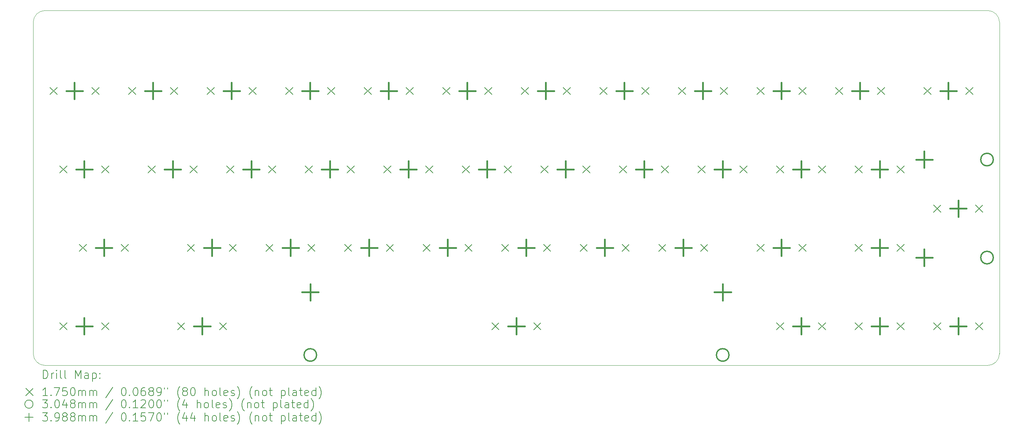
<source format=gbr>
%TF.GenerationSoftware,KiCad,Pcbnew,7.0.1*%
%TF.CreationDate,2023-04-30T14:25:00+01:00*%
%TF.ProjectId,40key,34306b65-792e-46b6-9963-61645f706362,rev?*%
%TF.SameCoordinates,Original*%
%TF.FileFunction,Drillmap*%
%TF.FilePolarity,Positive*%
%FSLAX45Y45*%
G04 Gerber Fmt 4.5, Leading zero omitted, Abs format (unit mm)*
G04 Created by KiCad (PCBNEW 7.0.1) date 2023-04-30 14:25:00*
%MOMM*%
%LPD*%
G01*
G04 APERTURE LIST*
%ADD10C,0.100000*%
%ADD11C,0.200000*%
%ADD12C,0.175000*%
%ADD13C,0.304800*%
%ADD14C,0.398780*%
G04 APERTURE END LIST*
D10*
X3619500Y-3476625D02*
X26479500Y-3476625D01*
X3619500Y-3476625D02*
G75*
G03*
X3333750Y-3762375I0J-285750D01*
G01*
X26479500Y-12096750D02*
G75*
G03*
X26765250Y-11811000I0J285750D01*
G01*
X26479500Y-12096750D02*
X3619500Y-12096750D01*
X26765250Y-3762375D02*
X26765250Y-11811000D01*
X3333750Y-11811000D02*
G75*
G03*
X3619500Y-12096750I285750J0D01*
G01*
X3333750Y-11811000D02*
X3333750Y-3762375D01*
X26765245Y-3762375D02*
G75*
G03*
X26479500Y-3476625I-285745J5D01*
G01*
D11*
D12*
X3738375Y-5341750D02*
X3913375Y-5516750D01*
X3913375Y-5341750D02*
X3738375Y-5516750D01*
X3976500Y-7246750D02*
X4151500Y-7421750D01*
X4151500Y-7246750D02*
X3976500Y-7421750D01*
X3976500Y-11056750D02*
X4151500Y-11231750D01*
X4151500Y-11056750D02*
X3976500Y-11231750D01*
X4452750Y-9151750D02*
X4627750Y-9326750D01*
X4627750Y-9151750D02*
X4452750Y-9326750D01*
X4754375Y-5341750D02*
X4929375Y-5516750D01*
X4929375Y-5341750D02*
X4754375Y-5516750D01*
X4992500Y-7246750D02*
X5167500Y-7421750D01*
X5167500Y-7246750D02*
X4992500Y-7421750D01*
X4992500Y-11056750D02*
X5167500Y-11231750D01*
X5167500Y-11056750D02*
X4992500Y-11231750D01*
X5468750Y-9151750D02*
X5643750Y-9326750D01*
X5643750Y-9151750D02*
X5468750Y-9326750D01*
X5643375Y-5341750D02*
X5818375Y-5516750D01*
X5818375Y-5341750D02*
X5643375Y-5516750D01*
X6119625Y-7246750D02*
X6294625Y-7421750D01*
X6294625Y-7246750D02*
X6119625Y-7421750D01*
X6659375Y-5341750D02*
X6834375Y-5516750D01*
X6834375Y-5341750D02*
X6659375Y-5516750D01*
X6834000Y-11056750D02*
X7009000Y-11231750D01*
X7009000Y-11056750D02*
X6834000Y-11231750D01*
X7072125Y-9151750D02*
X7247125Y-9326750D01*
X7247125Y-9151750D02*
X7072125Y-9326750D01*
X7135625Y-7246750D02*
X7310625Y-7421750D01*
X7310625Y-7246750D02*
X7135625Y-7421750D01*
X7548375Y-5341750D02*
X7723375Y-5516750D01*
X7723375Y-5341750D02*
X7548375Y-5516750D01*
X7850000Y-11056750D02*
X8025000Y-11231750D01*
X8025000Y-11056750D02*
X7850000Y-11231750D01*
X8024625Y-7246750D02*
X8199625Y-7421750D01*
X8199625Y-7246750D02*
X8024625Y-7421750D01*
X8088125Y-9151750D02*
X8263125Y-9326750D01*
X8263125Y-9151750D02*
X8088125Y-9326750D01*
X8564375Y-5341750D02*
X8739375Y-5516750D01*
X8739375Y-5341750D02*
X8564375Y-5516750D01*
X8977125Y-9151750D02*
X9152125Y-9326750D01*
X9152125Y-9151750D02*
X8977125Y-9326750D01*
X9040625Y-7246750D02*
X9215625Y-7421750D01*
X9215625Y-7246750D02*
X9040625Y-7421750D01*
X9453375Y-5341750D02*
X9628375Y-5516750D01*
X9628375Y-5341750D02*
X9453375Y-5516750D01*
X9929625Y-7246750D02*
X10104625Y-7421750D01*
X10104625Y-7246750D02*
X9929625Y-7421750D01*
X9993125Y-9151750D02*
X10168125Y-9326750D01*
X10168125Y-9151750D02*
X9993125Y-9326750D01*
X10469375Y-5341750D02*
X10644375Y-5516750D01*
X10644375Y-5341750D02*
X10469375Y-5516750D01*
X10882125Y-9151750D02*
X11057125Y-9326750D01*
X11057125Y-9151750D02*
X10882125Y-9326750D01*
X10945625Y-7246750D02*
X11120625Y-7421750D01*
X11120625Y-7246750D02*
X10945625Y-7421750D01*
X11358375Y-5341750D02*
X11533375Y-5516750D01*
X11533375Y-5341750D02*
X11358375Y-5516750D01*
X11834625Y-7246750D02*
X12009625Y-7421750D01*
X12009625Y-7246750D02*
X11834625Y-7421750D01*
X11898125Y-9151750D02*
X12073125Y-9326750D01*
X12073125Y-9151750D02*
X11898125Y-9326750D01*
X12374375Y-5341750D02*
X12549375Y-5516750D01*
X12549375Y-5341750D02*
X12374375Y-5516750D01*
X12787125Y-9151750D02*
X12962125Y-9326750D01*
X12962125Y-9151750D02*
X12787125Y-9326750D01*
X12850625Y-7246750D02*
X13025625Y-7421750D01*
X13025625Y-7246750D02*
X12850625Y-7421750D01*
X13263375Y-5341750D02*
X13438375Y-5516750D01*
X13438375Y-5341750D02*
X13263375Y-5516750D01*
X13739625Y-7246750D02*
X13914625Y-7421750D01*
X13914625Y-7246750D02*
X13739625Y-7421750D01*
X13803125Y-9151750D02*
X13978125Y-9326750D01*
X13978125Y-9151750D02*
X13803125Y-9326750D01*
X14279375Y-5341750D02*
X14454375Y-5516750D01*
X14454375Y-5341750D02*
X14279375Y-5516750D01*
X14454000Y-11056750D02*
X14629000Y-11231750D01*
X14629000Y-11056750D02*
X14454000Y-11231750D01*
X14692125Y-9151750D02*
X14867125Y-9326750D01*
X14867125Y-9151750D02*
X14692125Y-9326750D01*
X14755625Y-7246750D02*
X14930625Y-7421750D01*
X14930625Y-7246750D02*
X14755625Y-7421750D01*
X15168375Y-5341750D02*
X15343375Y-5516750D01*
X15343375Y-5341750D02*
X15168375Y-5516750D01*
X15470000Y-11056750D02*
X15645000Y-11231750D01*
X15645000Y-11056750D02*
X15470000Y-11231750D01*
X15644625Y-7246750D02*
X15819625Y-7421750D01*
X15819625Y-7246750D02*
X15644625Y-7421750D01*
X15708125Y-9151750D02*
X15883125Y-9326750D01*
X15883125Y-9151750D02*
X15708125Y-9326750D01*
X16184375Y-5341750D02*
X16359375Y-5516750D01*
X16359375Y-5341750D02*
X16184375Y-5516750D01*
X16597125Y-9151750D02*
X16772125Y-9326750D01*
X16772125Y-9151750D02*
X16597125Y-9326750D01*
X16660625Y-7246750D02*
X16835625Y-7421750D01*
X16835625Y-7246750D02*
X16660625Y-7421750D01*
X17073375Y-5341750D02*
X17248375Y-5516750D01*
X17248375Y-5341750D02*
X17073375Y-5516750D01*
X17549625Y-7246750D02*
X17724625Y-7421750D01*
X17724625Y-7246750D02*
X17549625Y-7421750D01*
X17613125Y-9151750D02*
X17788125Y-9326750D01*
X17788125Y-9151750D02*
X17613125Y-9326750D01*
X18089375Y-5341750D02*
X18264375Y-5516750D01*
X18264375Y-5341750D02*
X18089375Y-5516750D01*
X18502125Y-9151750D02*
X18677125Y-9326750D01*
X18677125Y-9151750D02*
X18502125Y-9326750D01*
X18565625Y-7246750D02*
X18740625Y-7421750D01*
X18740625Y-7246750D02*
X18565625Y-7421750D01*
X18978375Y-5341750D02*
X19153375Y-5516750D01*
X19153375Y-5341750D02*
X18978375Y-5516750D01*
X19454625Y-7246750D02*
X19629625Y-7421750D01*
X19629625Y-7246750D02*
X19454625Y-7421750D01*
X19518125Y-9151750D02*
X19693125Y-9326750D01*
X19693125Y-9151750D02*
X19518125Y-9326750D01*
X19994375Y-5341750D02*
X20169375Y-5516750D01*
X20169375Y-5341750D02*
X19994375Y-5516750D01*
X20470625Y-7246750D02*
X20645625Y-7421750D01*
X20645625Y-7246750D02*
X20470625Y-7421750D01*
X20883375Y-5341750D02*
X21058375Y-5516750D01*
X21058375Y-5341750D02*
X20883375Y-5516750D01*
X20883375Y-9151750D02*
X21058375Y-9326750D01*
X21058375Y-9151750D02*
X20883375Y-9326750D01*
X21359625Y-7246750D02*
X21534625Y-7421750D01*
X21534625Y-7246750D02*
X21359625Y-7421750D01*
X21359625Y-11056750D02*
X21534625Y-11231750D01*
X21534625Y-11056750D02*
X21359625Y-11231750D01*
X21899375Y-5341750D02*
X22074375Y-5516750D01*
X22074375Y-5341750D02*
X21899375Y-5516750D01*
X21899375Y-9151750D02*
X22074375Y-9326750D01*
X22074375Y-9151750D02*
X21899375Y-9326750D01*
X22375625Y-7246750D02*
X22550625Y-7421750D01*
X22550625Y-7246750D02*
X22375625Y-7421750D01*
X22375625Y-11056750D02*
X22550625Y-11231750D01*
X22550625Y-11056750D02*
X22375625Y-11231750D01*
X22788375Y-5341750D02*
X22963375Y-5516750D01*
X22963375Y-5341750D02*
X22788375Y-5516750D01*
X23264625Y-7246750D02*
X23439625Y-7421750D01*
X23439625Y-7246750D02*
X23264625Y-7421750D01*
X23264625Y-9151750D02*
X23439625Y-9326750D01*
X23439625Y-9151750D02*
X23264625Y-9326750D01*
X23264625Y-11056750D02*
X23439625Y-11231750D01*
X23439625Y-11056750D02*
X23264625Y-11231750D01*
X23804375Y-5341750D02*
X23979375Y-5516750D01*
X23979375Y-5341750D02*
X23804375Y-5516750D01*
X24280625Y-7246750D02*
X24455625Y-7421750D01*
X24455625Y-7246750D02*
X24280625Y-7421750D01*
X24280625Y-9151750D02*
X24455625Y-9326750D01*
X24455625Y-9151750D02*
X24280625Y-9326750D01*
X24280625Y-11056750D02*
X24455625Y-11231750D01*
X24455625Y-11056750D02*
X24280625Y-11231750D01*
X24931500Y-5341750D02*
X25106500Y-5516750D01*
X25106500Y-5341750D02*
X24931500Y-5516750D01*
X25169625Y-8199250D02*
X25344625Y-8374250D01*
X25344625Y-8199250D02*
X25169625Y-8374250D01*
X25169625Y-11056750D02*
X25344625Y-11231750D01*
X25344625Y-11056750D02*
X25169625Y-11231750D01*
X25947500Y-5341750D02*
X26122500Y-5516750D01*
X26122500Y-5341750D02*
X25947500Y-5516750D01*
X26185625Y-8199250D02*
X26360625Y-8374250D01*
X26360625Y-8199250D02*
X26185625Y-8374250D01*
X26185625Y-11056750D02*
X26360625Y-11231750D01*
X26360625Y-11056750D02*
X26185625Y-11231750D01*
D13*
X10204761Y-11842797D02*
G75*
G03*
X10204761Y-11842797I-152400J0D01*
G01*
X20206011Y-11842797D02*
G75*
G03*
X20206011Y-11842797I-152400J0D01*
G01*
X26616025Y-7096125D02*
G75*
G03*
X26616025Y-7096125I-152400J0D01*
G01*
X26616025Y-9477375D02*
G75*
G03*
X26616025Y-9477375I-152400J0D01*
G01*
D14*
X4333875Y-5229860D02*
X4333875Y-5628640D01*
X4134485Y-5429250D02*
X4533265Y-5429250D01*
X4572000Y-7134860D02*
X4572000Y-7533640D01*
X4372610Y-7334250D02*
X4771390Y-7334250D01*
X4572000Y-10944860D02*
X4572000Y-11343640D01*
X4372610Y-11144250D02*
X4771390Y-11144250D01*
X5048250Y-9039860D02*
X5048250Y-9438640D01*
X4848860Y-9239250D02*
X5247640Y-9239250D01*
X6238875Y-5229860D02*
X6238875Y-5628640D01*
X6039485Y-5429250D02*
X6438265Y-5429250D01*
X6715125Y-7134860D02*
X6715125Y-7533640D01*
X6515735Y-7334250D02*
X6914515Y-7334250D01*
X7429500Y-10944860D02*
X7429500Y-11343640D01*
X7230110Y-11144250D02*
X7628890Y-11144250D01*
X7667625Y-9039860D02*
X7667625Y-9438640D01*
X7468235Y-9239250D02*
X7867015Y-9239250D01*
X8143875Y-5229860D02*
X8143875Y-5628640D01*
X7944485Y-5429250D02*
X8343265Y-5429250D01*
X8620125Y-7134860D02*
X8620125Y-7533640D01*
X8420735Y-7334250D02*
X8819515Y-7334250D01*
X9572625Y-9039860D02*
X9572625Y-9438640D01*
X9373235Y-9239250D02*
X9772015Y-9239250D01*
X10048875Y-5229860D02*
X10048875Y-5628640D01*
X9849485Y-5429250D02*
X10248265Y-5429250D01*
X10052361Y-10119407D02*
X10052361Y-10518187D01*
X9852971Y-10318797D02*
X10251751Y-10318797D01*
X10525125Y-7134860D02*
X10525125Y-7533640D01*
X10325735Y-7334250D02*
X10724515Y-7334250D01*
X11477625Y-9039860D02*
X11477625Y-9438640D01*
X11278235Y-9239250D02*
X11677015Y-9239250D01*
X11953875Y-5229860D02*
X11953875Y-5628640D01*
X11754485Y-5429250D02*
X12153265Y-5429250D01*
X12430125Y-7134860D02*
X12430125Y-7533640D01*
X12230735Y-7334250D02*
X12629515Y-7334250D01*
X13382625Y-9039860D02*
X13382625Y-9438640D01*
X13183235Y-9239250D02*
X13582015Y-9239250D01*
X13858875Y-5229860D02*
X13858875Y-5628640D01*
X13659485Y-5429250D02*
X14058265Y-5429250D01*
X14335125Y-7134860D02*
X14335125Y-7533640D01*
X14135735Y-7334250D02*
X14534515Y-7334250D01*
X15049500Y-10944860D02*
X15049500Y-11343640D01*
X14850110Y-11144250D02*
X15248890Y-11144250D01*
X15287625Y-9039860D02*
X15287625Y-9438640D01*
X15088235Y-9239250D02*
X15487015Y-9239250D01*
X15763875Y-5229860D02*
X15763875Y-5628640D01*
X15564485Y-5429250D02*
X15963265Y-5429250D01*
X16240125Y-7134860D02*
X16240125Y-7533640D01*
X16040735Y-7334250D02*
X16439515Y-7334250D01*
X17192625Y-9039860D02*
X17192625Y-9438640D01*
X16993235Y-9239250D02*
X17392015Y-9239250D01*
X17668875Y-5229860D02*
X17668875Y-5628640D01*
X17469485Y-5429250D02*
X17868265Y-5429250D01*
X18145125Y-7134860D02*
X18145125Y-7533640D01*
X17945735Y-7334250D02*
X18344515Y-7334250D01*
X19097625Y-9039860D02*
X19097625Y-9438640D01*
X18898235Y-9239250D02*
X19297015Y-9239250D01*
X19573875Y-5229860D02*
X19573875Y-5628640D01*
X19374485Y-5429250D02*
X19773265Y-5429250D01*
X20050125Y-7134860D02*
X20050125Y-7533640D01*
X19850735Y-7334250D02*
X20249515Y-7334250D01*
X20053611Y-10119407D02*
X20053611Y-10518187D01*
X19854221Y-10318797D02*
X20253001Y-10318797D01*
X21478875Y-5229860D02*
X21478875Y-5628640D01*
X21279485Y-5429250D02*
X21678265Y-5429250D01*
X21478875Y-9039860D02*
X21478875Y-9438640D01*
X21279485Y-9239250D02*
X21678265Y-9239250D01*
X21955125Y-7134860D02*
X21955125Y-7533640D01*
X21755735Y-7334250D02*
X22154515Y-7334250D01*
X21955125Y-10944860D02*
X21955125Y-11343640D01*
X21755735Y-11144250D02*
X22154515Y-11144250D01*
X23383875Y-5229860D02*
X23383875Y-5628640D01*
X23184485Y-5429250D02*
X23583265Y-5429250D01*
X23860125Y-7134860D02*
X23860125Y-7533640D01*
X23660735Y-7334250D02*
X24059515Y-7334250D01*
X23860125Y-9039860D02*
X23860125Y-9438640D01*
X23660735Y-9239250D02*
X24059515Y-9239250D01*
X23860125Y-10944860D02*
X23860125Y-11343640D01*
X23660735Y-11144250D02*
X24059515Y-11144250D01*
X24939625Y-6896735D02*
X24939625Y-7295515D01*
X24740235Y-7096125D02*
X25139015Y-7096125D01*
X24939625Y-9277985D02*
X24939625Y-9676765D01*
X24740235Y-9477375D02*
X25139015Y-9477375D01*
X25527000Y-5229860D02*
X25527000Y-5628640D01*
X25327610Y-5429250D02*
X25726390Y-5429250D01*
X25765125Y-8087360D02*
X25765125Y-8486140D01*
X25565735Y-8286750D02*
X25964515Y-8286750D01*
X25765125Y-10944860D02*
X25765125Y-11343640D01*
X25565735Y-11144250D02*
X25964515Y-11144250D01*
D11*
X3576369Y-12414274D02*
X3576369Y-12214274D01*
X3576369Y-12214274D02*
X3623988Y-12214274D01*
X3623988Y-12214274D02*
X3652560Y-12223797D01*
X3652560Y-12223797D02*
X3671607Y-12242845D01*
X3671607Y-12242845D02*
X3681131Y-12261893D01*
X3681131Y-12261893D02*
X3690655Y-12299988D01*
X3690655Y-12299988D02*
X3690655Y-12328559D01*
X3690655Y-12328559D02*
X3681131Y-12366655D01*
X3681131Y-12366655D02*
X3671607Y-12385702D01*
X3671607Y-12385702D02*
X3652560Y-12404750D01*
X3652560Y-12404750D02*
X3623988Y-12414274D01*
X3623988Y-12414274D02*
X3576369Y-12414274D01*
X3776369Y-12414274D02*
X3776369Y-12280940D01*
X3776369Y-12319036D02*
X3785893Y-12299988D01*
X3785893Y-12299988D02*
X3795417Y-12290464D01*
X3795417Y-12290464D02*
X3814464Y-12280940D01*
X3814464Y-12280940D02*
X3833512Y-12280940D01*
X3900179Y-12414274D02*
X3900179Y-12280940D01*
X3900179Y-12214274D02*
X3890655Y-12223797D01*
X3890655Y-12223797D02*
X3900179Y-12233321D01*
X3900179Y-12233321D02*
X3909702Y-12223797D01*
X3909702Y-12223797D02*
X3900179Y-12214274D01*
X3900179Y-12214274D02*
X3900179Y-12233321D01*
X4023988Y-12414274D02*
X4004940Y-12404750D01*
X4004940Y-12404750D02*
X3995417Y-12385702D01*
X3995417Y-12385702D02*
X3995417Y-12214274D01*
X4128750Y-12414274D02*
X4109702Y-12404750D01*
X4109702Y-12404750D02*
X4100179Y-12385702D01*
X4100179Y-12385702D02*
X4100179Y-12214274D01*
X4357322Y-12414274D02*
X4357322Y-12214274D01*
X4357322Y-12214274D02*
X4423988Y-12357131D01*
X4423988Y-12357131D02*
X4490655Y-12214274D01*
X4490655Y-12214274D02*
X4490655Y-12414274D01*
X4671607Y-12414274D02*
X4671607Y-12309512D01*
X4671607Y-12309512D02*
X4662083Y-12290464D01*
X4662083Y-12290464D02*
X4643036Y-12280940D01*
X4643036Y-12280940D02*
X4604941Y-12280940D01*
X4604941Y-12280940D02*
X4585893Y-12290464D01*
X4671607Y-12404750D02*
X4652560Y-12414274D01*
X4652560Y-12414274D02*
X4604941Y-12414274D01*
X4604941Y-12414274D02*
X4585893Y-12404750D01*
X4585893Y-12404750D02*
X4576369Y-12385702D01*
X4576369Y-12385702D02*
X4576369Y-12366655D01*
X4576369Y-12366655D02*
X4585893Y-12347607D01*
X4585893Y-12347607D02*
X4604941Y-12338083D01*
X4604941Y-12338083D02*
X4652560Y-12338083D01*
X4652560Y-12338083D02*
X4671607Y-12328559D01*
X4766845Y-12280940D02*
X4766845Y-12480940D01*
X4766845Y-12290464D02*
X4785893Y-12280940D01*
X4785893Y-12280940D02*
X4823988Y-12280940D01*
X4823988Y-12280940D02*
X4843036Y-12290464D01*
X4843036Y-12290464D02*
X4852560Y-12299988D01*
X4852560Y-12299988D02*
X4862083Y-12319036D01*
X4862083Y-12319036D02*
X4862083Y-12376178D01*
X4862083Y-12376178D02*
X4852560Y-12395226D01*
X4852560Y-12395226D02*
X4843036Y-12404750D01*
X4843036Y-12404750D02*
X4823988Y-12414274D01*
X4823988Y-12414274D02*
X4785893Y-12414274D01*
X4785893Y-12414274D02*
X4766845Y-12404750D01*
X4947798Y-12395226D02*
X4957322Y-12404750D01*
X4957322Y-12404750D02*
X4947798Y-12414274D01*
X4947798Y-12414274D02*
X4938274Y-12404750D01*
X4938274Y-12404750D02*
X4947798Y-12395226D01*
X4947798Y-12395226D02*
X4947798Y-12414274D01*
X4947798Y-12290464D02*
X4957322Y-12299988D01*
X4957322Y-12299988D02*
X4947798Y-12309512D01*
X4947798Y-12309512D02*
X4938274Y-12299988D01*
X4938274Y-12299988D02*
X4947798Y-12290464D01*
X4947798Y-12290464D02*
X4947798Y-12309512D01*
D12*
X3153750Y-12654250D02*
X3328750Y-12829250D01*
X3328750Y-12654250D02*
X3153750Y-12829250D01*
D11*
X3681131Y-12834274D02*
X3566845Y-12834274D01*
X3623988Y-12834274D02*
X3623988Y-12634274D01*
X3623988Y-12634274D02*
X3604940Y-12662845D01*
X3604940Y-12662845D02*
X3585893Y-12681893D01*
X3585893Y-12681893D02*
X3566845Y-12691416D01*
X3766845Y-12815226D02*
X3776369Y-12824750D01*
X3776369Y-12824750D02*
X3766845Y-12834274D01*
X3766845Y-12834274D02*
X3757321Y-12824750D01*
X3757321Y-12824750D02*
X3766845Y-12815226D01*
X3766845Y-12815226D02*
X3766845Y-12834274D01*
X3843036Y-12634274D02*
X3976369Y-12634274D01*
X3976369Y-12634274D02*
X3890655Y-12834274D01*
X4147798Y-12634274D02*
X4052560Y-12634274D01*
X4052560Y-12634274D02*
X4043036Y-12729512D01*
X4043036Y-12729512D02*
X4052560Y-12719988D01*
X4052560Y-12719988D02*
X4071607Y-12710464D01*
X4071607Y-12710464D02*
X4119226Y-12710464D01*
X4119226Y-12710464D02*
X4138274Y-12719988D01*
X4138274Y-12719988D02*
X4147798Y-12729512D01*
X4147798Y-12729512D02*
X4157321Y-12748559D01*
X4157321Y-12748559D02*
X4157321Y-12796178D01*
X4157321Y-12796178D02*
X4147798Y-12815226D01*
X4147798Y-12815226D02*
X4138274Y-12824750D01*
X4138274Y-12824750D02*
X4119226Y-12834274D01*
X4119226Y-12834274D02*
X4071607Y-12834274D01*
X4071607Y-12834274D02*
X4052560Y-12824750D01*
X4052560Y-12824750D02*
X4043036Y-12815226D01*
X4281131Y-12634274D02*
X4300179Y-12634274D01*
X4300179Y-12634274D02*
X4319226Y-12643797D01*
X4319226Y-12643797D02*
X4328750Y-12653321D01*
X4328750Y-12653321D02*
X4338274Y-12672369D01*
X4338274Y-12672369D02*
X4347798Y-12710464D01*
X4347798Y-12710464D02*
X4347798Y-12758083D01*
X4347798Y-12758083D02*
X4338274Y-12796178D01*
X4338274Y-12796178D02*
X4328750Y-12815226D01*
X4328750Y-12815226D02*
X4319226Y-12824750D01*
X4319226Y-12824750D02*
X4300179Y-12834274D01*
X4300179Y-12834274D02*
X4281131Y-12834274D01*
X4281131Y-12834274D02*
X4262083Y-12824750D01*
X4262083Y-12824750D02*
X4252560Y-12815226D01*
X4252560Y-12815226D02*
X4243036Y-12796178D01*
X4243036Y-12796178D02*
X4233512Y-12758083D01*
X4233512Y-12758083D02*
X4233512Y-12710464D01*
X4233512Y-12710464D02*
X4243036Y-12672369D01*
X4243036Y-12672369D02*
X4252560Y-12653321D01*
X4252560Y-12653321D02*
X4262083Y-12643797D01*
X4262083Y-12643797D02*
X4281131Y-12634274D01*
X4433512Y-12834274D02*
X4433512Y-12700940D01*
X4433512Y-12719988D02*
X4443036Y-12710464D01*
X4443036Y-12710464D02*
X4462083Y-12700940D01*
X4462083Y-12700940D02*
X4490655Y-12700940D01*
X4490655Y-12700940D02*
X4509703Y-12710464D01*
X4509703Y-12710464D02*
X4519226Y-12729512D01*
X4519226Y-12729512D02*
X4519226Y-12834274D01*
X4519226Y-12729512D02*
X4528750Y-12710464D01*
X4528750Y-12710464D02*
X4547798Y-12700940D01*
X4547798Y-12700940D02*
X4576369Y-12700940D01*
X4576369Y-12700940D02*
X4595417Y-12710464D01*
X4595417Y-12710464D02*
X4604941Y-12729512D01*
X4604941Y-12729512D02*
X4604941Y-12834274D01*
X4700179Y-12834274D02*
X4700179Y-12700940D01*
X4700179Y-12719988D02*
X4709703Y-12710464D01*
X4709703Y-12710464D02*
X4728750Y-12700940D01*
X4728750Y-12700940D02*
X4757322Y-12700940D01*
X4757322Y-12700940D02*
X4776369Y-12710464D01*
X4776369Y-12710464D02*
X4785893Y-12729512D01*
X4785893Y-12729512D02*
X4785893Y-12834274D01*
X4785893Y-12729512D02*
X4795417Y-12710464D01*
X4795417Y-12710464D02*
X4814464Y-12700940D01*
X4814464Y-12700940D02*
X4843036Y-12700940D01*
X4843036Y-12700940D02*
X4862084Y-12710464D01*
X4862084Y-12710464D02*
X4871607Y-12729512D01*
X4871607Y-12729512D02*
X4871607Y-12834274D01*
X5262084Y-12624750D02*
X5090655Y-12881893D01*
X5519226Y-12634274D02*
X5538274Y-12634274D01*
X5538274Y-12634274D02*
X5557322Y-12643797D01*
X5557322Y-12643797D02*
X5566846Y-12653321D01*
X5566846Y-12653321D02*
X5576369Y-12672369D01*
X5576369Y-12672369D02*
X5585893Y-12710464D01*
X5585893Y-12710464D02*
X5585893Y-12758083D01*
X5585893Y-12758083D02*
X5576369Y-12796178D01*
X5576369Y-12796178D02*
X5566846Y-12815226D01*
X5566846Y-12815226D02*
X5557322Y-12824750D01*
X5557322Y-12824750D02*
X5538274Y-12834274D01*
X5538274Y-12834274D02*
X5519226Y-12834274D01*
X5519226Y-12834274D02*
X5500179Y-12824750D01*
X5500179Y-12824750D02*
X5490655Y-12815226D01*
X5490655Y-12815226D02*
X5481131Y-12796178D01*
X5481131Y-12796178D02*
X5471607Y-12758083D01*
X5471607Y-12758083D02*
X5471607Y-12710464D01*
X5471607Y-12710464D02*
X5481131Y-12672369D01*
X5481131Y-12672369D02*
X5490655Y-12653321D01*
X5490655Y-12653321D02*
X5500179Y-12643797D01*
X5500179Y-12643797D02*
X5519226Y-12634274D01*
X5671607Y-12815226D02*
X5681131Y-12824750D01*
X5681131Y-12824750D02*
X5671607Y-12834274D01*
X5671607Y-12834274D02*
X5662084Y-12824750D01*
X5662084Y-12824750D02*
X5671607Y-12815226D01*
X5671607Y-12815226D02*
X5671607Y-12834274D01*
X5804941Y-12634274D02*
X5823988Y-12634274D01*
X5823988Y-12634274D02*
X5843036Y-12643797D01*
X5843036Y-12643797D02*
X5852560Y-12653321D01*
X5852560Y-12653321D02*
X5862084Y-12672369D01*
X5862084Y-12672369D02*
X5871607Y-12710464D01*
X5871607Y-12710464D02*
X5871607Y-12758083D01*
X5871607Y-12758083D02*
X5862084Y-12796178D01*
X5862084Y-12796178D02*
X5852560Y-12815226D01*
X5852560Y-12815226D02*
X5843036Y-12824750D01*
X5843036Y-12824750D02*
X5823988Y-12834274D01*
X5823988Y-12834274D02*
X5804941Y-12834274D01*
X5804941Y-12834274D02*
X5785893Y-12824750D01*
X5785893Y-12824750D02*
X5776369Y-12815226D01*
X5776369Y-12815226D02*
X5766845Y-12796178D01*
X5766845Y-12796178D02*
X5757322Y-12758083D01*
X5757322Y-12758083D02*
X5757322Y-12710464D01*
X5757322Y-12710464D02*
X5766845Y-12672369D01*
X5766845Y-12672369D02*
X5776369Y-12653321D01*
X5776369Y-12653321D02*
X5785893Y-12643797D01*
X5785893Y-12643797D02*
X5804941Y-12634274D01*
X6043036Y-12634274D02*
X6004941Y-12634274D01*
X6004941Y-12634274D02*
X5985893Y-12643797D01*
X5985893Y-12643797D02*
X5976369Y-12653321D01*
X5976369Y-12653321D02*
X5957322Y-12681893D01*
X5957322Y-12681893D02*
X5947798Y-12719988D01*
X5947798Y-12719988D02*
X5947798Y-12796178D01*
X5947798Y-12796178D02*
X5957322Y-12815226D01*
X5957322Y-12815226D02*
X5966845Y-12824750D01*
X5966845Y-12824750D02*
X5985893Y-12834274D01*
X5985893Y-12834274D02*
X6023988Y-12834274D01*
X6023988Y-12834274D02*
X6043036Y-12824750D01*
X6043036Y-12824750D02*
X6052560Y-12815226D01*
X6052560Y-12815226D02*
X6062084Y-12796178D01*
X6062084Y-12796178D02*
X6062084Y-12748559D01*
X6062084Y-12748559D02*
X6052560Y-12729512D01*
X6052560Y-12729512D02*
X6043036Y-12719988D01*
X6043036Y-12719988D02*
X6023988Y-12710464D01*
X6023988Y-12710464D02*
X5985893Y-12710464D01*
X5985893Y-12710464D02*
X5966845Y-12719988D01*
X5966845Y-12719988D02*
X5957322Y-12729512D01*
X5957322Y-12729512D02*
X5947798Y-12748559D01*
X6176369Y-12719988D02*
X6157322Y-12710464D01*
X6157322Y-12710464D02*
X6147798Y-12700940D01*
X6147798Y-12700940D02*
X6138274Y-12681893D01*
X6138274Y-12681893D02*
X6138274Y-12672369D01*
X6138274Y-12672369D02*
X6147798Y-12653321D01*
X6147798Y-12653321D02*
X6157322Y-12643797D01*
X6157322Y-12643797D02*
X6176369Y-12634274D01*
X6176369Y-12634274D02*
X6214465Y-12634274D01*
X6214465Y-12634274D02*
X6233512Y-12643797D01*
X6233512Y-12643797D02*
X6243036Y-12653321D01*
X6243036Y-12653321D02*
X6252560Y-12672369D01*
X6252560Y-12672369D02*
X6252560Y-12681893D01*
X6252560Y-12681893D02*
X6243036Y-12700940D01*
X6243036Y-12700940D02*
X6233512Y-12710464D01*
X6233512Y-12710464D02*
X6214465Y-12719988D01*
X6214465Y-12719988D02*
X6176369Y-12719988D01*
X6176369Y-12719988D02*
X6157322Y-12729512D01*
X6157322Y-12729512D02*
X6147798Y-12739036D01*
X6147798Y-12739036D02*
X6138274Y-12758083D01*
X6138274Y-12758083D02*
X6138274Y-12796178D01*
X6138274Y-12796178D02*
X6147798Y-12815226D01*
X6147798Y-12815226D02*
X6157322Y-12824750D01*
X6157322Y-12824750D02*
X6176369Y-12834274D01*
X6176369Y-12834274D02*
X6214465Y-12834274D01*
X6214465Y-12834274D02*
X6233512Y-12824750D01*
X6233512Y-12824750D02*
X6243036Y-12815226D01*
X6243036Y-12815226D02*
X6252560Y-12796178D01*
X6252560Y-12796178D02*
X6252560Y-12758083D01*
X6252560Y-12758083D02*
X6243036Y-12739036D01*
X6243036Y-12739036D02*
X6233512Y-12729512D01*
X6233512Y-12729512D02*
X6214465Y-12719988D01*
X6347798Y-12834274D02*
X6385893Y-12834274D01*
X6385893Y-12834274D02*
X6404941Y-12824750D01*
X6404941Y-12824750D02*
X6414465Y-12815226D01*
X6414465Y-12815226D02*
X6433512Y-12786655D01*
X6433512Y-12786655D02*
X6443036Y-12748559D01*
X6443036Y-12748559D02*
X6443036Y-12672369D01*
X6443036Y-12672369D02*
X6433512Y-12653321D01*
X6433512Y-12653321D02*
X6423988Y-12643797D01*
X6423988Y-12643797D02*
X6404941Y-12634274D01*
X6404941Y-12634274D02*
X6366845Y-12634274D01*
X6366845Y-12634274D02*
X6347798Y-12643797D01*
X6347798Y-12643797D02*
X6338274Y-12653321D01*
X6338274Y-12653321D02*
X6328750Y-12672369D01*
X6328750Y-12672369D02*
X6328750Y-12719988D01*
X6328750Y-12719988D02*
X6338274Y-12739036D01*
X6338274Y-12739036D02*
X6347798Y-12748559D01*
X6347798Y-12748559D02*
X6366845Y-12758083D01*
X6366845Y-12758083D02*
X6404941Y-12758083D01*
X6404941Y-12758083D02*
X6423988Y-12748559D01*
X6423988Y-12748559D02*
X6433512Y-12739036D01*
X6433512Y-12739036D02*
X6443036Y-12719988D01*
X6519226Y-12634274D02*
X6519226Y-12672369D01*
X6595417Y-12634274D02*
X6595417Y-12672369D01*
X6890655Y-12910464D02*
X6881131Y-12900940D01*
X6881131Y-12900940D02*
X6862084Y-12872369D01*
X6862084Y-12872369D02*
X6852560Y-12853321D01*
X6852560Y-12853321D02*
X6843036Y-12824750D01*
X6843036Y-12824750D02*
X6833512Y-12777131D01*
X6833512Y-12777131D02*
X6833512Y-12739036D01*
X6833512Y-12739036D02*
X6843036Y-12691416D01*
X6843036Y-12691416D02*
X6852560Y-12662845D01*
X6852560Y-12662845D02*
X6862084Y-12643797D01*
X6862084Y-12643797D02*
X6881131Y-12615226D01*
X6881131Y-12615226D02*
X6890655Y-12605702D01*
X6995417Y-12719988D02*
X6976369Y-12710464D01*
X6976369Y-12710464D02*
X6966846Y-12700940D01*
X6966846Y-12700940D02*
X6957322Y-12681893D01*
X6957322Y-12681893D02*
X6957322Y-12672369D01*
X6957322Y-12672369D02*
X6966846Y-12653321D01*
X6966846Y-12653321D02*
X6976369Y-12643797D01*
X6976369Y-12643797D02*
X6995417Y-12634274D01*
X6995417Y-12634274D02*
X7033512Y-12634274D01*
X7033512Y-12634274D02*
X7052560Y-12643797D01*
X7052560Y-12643797D02*
X7062084Y-12653321D01*
X7062084Y-12653321D02*
X7071607Y-12672369D01*
X7071607Y-12672369D02*
X7071607Y-12681893D01*
X7071607Y-12681893D02*
X7062084Y-12700940D01*
X7062084Y-12700940D02*
X7052560Y-12710464D01*
X7052560Y-12710464D02*
X7033512Y-12719988D01*
X7033512Y-12719988D02*
X6995417Y-12719988D01*
X6995417Y-12719988D02*
X6976369Y-12729512D01*
X6976369Y-12729512D02*
X6966846Y-12739036D01*
X6966846Y-12739036D02*
X6957322Y-12758083D01*
X6957322Y-12758083D02*
X6957322Y-12796178D01*
X6957322Y-12796178D02*
X6966846Y-12815226D01*
X6966846Y-12815226D02*
X6976369Y-12824750D01*
X6976369Y-12824750D02*
X6995417Y-12834274D01*
X6995417Y-12834274D02*
X7033512Y-12834274D01*
X7033512Y-12834274D02*
X7052560Y-12824750D01*
X7052560Y-12824750D02*
X7062084Y-12815226D01*
X7062084Y-12815226D02*
X7071607Y-12796178D01*
X7071607Y-12796178D02*
X7071607Y-12758083D01*
X7071607Y-12758083D02*
X7062084Y-12739036D01*
X7062084Y-12739036D02*
X7052560Y-12729512D01*
X7052560Y-12729512D02*
X7033512Y-12719988D01*
X7195417Y-12634274D02*
X7214465Y-12634274D01*
X7214465Y-12634274D02*
X7233512Y-12643797D01*
X7233512Y-12643797D02*
X7243036Y-12653321D01*
X7243036Y-12653321D02*
X7252560Y-12672369D01*
X7252560Y-12672369D02*
X7262084Y-12710464D01*
X7262084Y-12710464D02*
X7262084Y-12758083D01*
X7262084Y-12758083D02*
X7252560Y-12796178D01*
X7252560Y-12796178D02*
X7243036Y-12815226D01*
X7243036Y-12815226D02*
X7233512Y-12824750D01*
X7233512Y-12824750D02*
X7214465Y-12834274D01*
X7214465Y-12834274D02*
X7195417Y-12834274D01*
X7195417Y-12834274D02*
X7176369Y-12824750D01*
X7176369Y-12824750D02*
X7166846Y-12815226D01*
X7166846Y-12815226D02*
X7157322Y-12796178D01*
X7157322Y-12796178D02*
X7147798Y-12758083D01*
X7147798Y-12758083D02*
X7147798Y-12710464D01*
X7147798Y-12710464D02*
X7157322Y-12672369D01*
X7157322Y-12672369D02*
X7166846Y-12653321D01*
X7166846Y-12653321D02*
X7176369Y-12643797D01*
X7176369Y-12643797D02*
X7195417Y-12634274D01*
X7500179Y-12834274D02*
X7500179Y-12634274D01*
X7585893Y-12834274D02*
X7585893Y-12729512D01*
X7585893Y-12729512D02*
X7576369Y-12710464D01*
X7576369Y-12710464D02*
X7557322Y-12700940D01*
X7557322Y-12700940D02*
X7528750Y-12700940D01*
X7528750Y-12700940D02*
X7509703Y-12710464D01*
X7509703Y-12710464D02*
X7500179Y-12719988D01*
X7709703Y-12834274D02*
X7690655Y-12824750D01*
X7690655Y-12824750D02*
X7681131Y-12815226D01*
X7681131Y-12815226D02*
X7671608Y-12796178D01*
X7671608Y-12796178D02*
X7671608Y-12739036D01*
X7671608Y-12739036D02*
X7681131Y-12719988D01*
X7681131Y-12719988D02*
X7690655Y-12710464D01*
X7690655Y-12710464D02*
X7709703Y-12700940D01*
X7709703Y-12700940D02*
X7738274Y-12700940D01*
X7738274Y-12700940D02*
X7757322Y-12710464D01*
X7757322Y-12710464D02*
X7766846Y-12719988D01*
X7766846Y-12719988D02*
X7776369Y-12739036D01*
X7776369Y-12739036D02*
X7776369Y-12796178D01*
X7776369Y-12796178D02*
X7766846Y-12815226D01*
X7766846Y-12815226D02*
X7757322Y-12824750D01*
X7757322Y-12824750D02*
X7738274Y-12834274D01*
X7738274Y-12834274D02*
X7709703Y-12834274D01*
X7890655Y-12834274D02*
X7871608Y-12824750D01*
X7871608Y-12824750D02*
X7862084Y-12805702D01*
X7862084Y-12805702D02*
X7862084Y-12634274D01*
X8043036Y-12824750D02*
X8023989Y-12834274D01*
X8023989Y-12834274D02*
X7985893Y-12834274D01*
X7985893Y-12834274D02*
X7966846Y-12824750D01*
X7966846Y-12824750D02*
X7957322Y-12805702D01*
X7957322Y-12805702D02*
X7957322Y-12729512D01*
X7957322Y-12729512D02*
X7966846Y-12710464D01*
X7966846Y-12710464D02*
X7985893Y-12700940D01*
X7985893Y-12700940D02*
X8023989Y-12700940D01*
X8023989Y-12700940D02*
X8043036Y-12710464D01*
X8043036Y-12710464D02*
X8052560Y-12729512D01*
X8052560Y-12729512D02*
X8052560Y-12748559D01*
X8052560Y-12748559D02*
X7957322Y-12767607D01*
X8128750Y-12824750D02*
X8147798Y-12834274D01*
X8147798Y-12834274D02*
X8185893Y-12834274D01*
X8185893Y-12834274D02*
X8204941Y-12824750D01*
X8204941Y-12824750D02*
X8214465Y-12805702D01*
X8214465Y-12805702D02*
X8214465Y-12796178D01*
X8214465Y-12796178D02*
X8204941Y-12777131D01*
X8204941Y-12777131D02*
X8185893Y-12767607D01*
X8185893Y-12767607D02*
X8157322Y-12767607D01*
X8157322Y-12767607D02*
X8138274Y-12758083D01*
X8138274Y-12758083D02*
X8128750Y-12739036D01*
X8128750Y-12739036D02*
X8128750Y-12729512D01*
X8128750Y-12729512D02*
X8138274Y-12710464D01*
X8138274Y-12710464D02*
X8157322Y-12700940D01*
X8157322Y-12700940D02*
X8185893Y-12700940D01*
X8185893Y-12700940D02*
X8204941Y-12710464D01*
X8281131Y-12910464D02*
X8290655Y-12900940D01*
X8290655Y-12900940D02*
X8309703Y-12872369D01*
X8309703Y-12872369D02*
X8319227Y-12853321D01*
X8319227Y-12853321D02*
X8328750Y-12824750D01*
X8328750Y-12824750D02*
X8338274Y-12777131D01*
X8338274Y-12777131D02*
X8338274Y-12739036D01*
X8338274Y-12739036D02*
X8328750Y-12691416D01*
X8328750Y-12691416D02*
X8319227Y-12662845D01*
X8319227Y-12662845D02*
X8309703Y-12643797D01*
X8309703Y-12643797D02*
X8290655Y-12615226D01*
X8290655Y-12615226D02*
X8281131Y-12605702D01*
X8643036Y-12910464D02*
X8633512Y-12900940D01*
X8633512Y-12900940D02*
X8614465Y-12872369D01*
X8614465Y-12872369D02*
X8604941Y-12853321D01*
X8604941Y-12853321D02*
X8595417Y-12824750D01*
X8595417Y-12824750D02*
X8585893Y-12777131D01*
X8585893Y-12777131D02*
X8585893Y-12739036D01*
X8585893Y-12739036D02*
X8595417Y-12691416D01*
X8595417Y-12691416D02*
X8604941Y-12662845D01*
X8604941Y-12662845D02*
X8614465Y-12643797D01*
X8614465Y-12643797D02*
X8633512Y-12615226D01*
X8633512Y-12615226D02*
X8643036Y-12605702D01*
X8719227Y-12700940D02*
X8719227Y-12834274D01*
X8719227Y-12719988D02*
X8728751Y-12710464D01*
X8728751Y-12710464D02*
X8747798Y-12700940D01*
X8747798Y-12700940D02*
X8776370Y-12700940D01*
X8776370Y-12700940D02*
X8795417Y-12710464D01*
X8795417Y-12710464D02*
X8804941Y-12729512D01*
X8804941Y-12729512D02*
X8804941Y-12834274D01*
X8928751Y-12834274D02*
X8909703Y-12824750D01*
X8909703Y-12824750D02*
X8900179Y-12815226D01*
X8900179Y-12815226D02*
X8890655Y-12796178D01*
X8890655Y-12796178D02*
X8890655Y-12739036D01*
X8890655Y-12739036D02*
X8900179Y-12719988D01*
X8900179Y-12719988D02*
X8909703Y-12710464D01*
X8909703Y-12710464D02*
X8928751Y-12700940D01*
X8928751Y-12700940D02*
X8957322Y-12700940D01*
X8957322Y-12700940D02*
X8976370Y-12710464D01*
X8976370Y-12710464D02*
X8985893Y-12719988D01*
X8985893Y-12719988D02*
X8995417Y-12739036D01*
X8995417Y-12739036D02*
X8995417Y-12796178D01*
X8995417Y-12796178D02*
X8985893Y-12815226D01*
X8985893Y-12815226D02*
X8976370Y-12824750D01*
X8976370Y-12824750D02*
X8957322Y-12834274D01*
X8957322Y-12834274D02*
X8928751Y-12834274D01*
X9052560Y-12700940D02*
X9128751Y-12700940D01*
X9081132Y-12634274D02*
X9081132Y-12805702D01*
X9081132Y-12805702D02*
X9090655Y-12824750D01*
X9090655Y-12824750D02*
X9109703Y-12834274D01*
X9109703Y-12834274D02*
X9128751Y-12834274D01*
X9347798Y-12700940D02*
X9347798Y-12900940D01*
X9347798Y-12710464D02*
X9366846Y-12700940D01*
X9366846Y-12700940D02*
X9404941Y-12700940D01*
X9404941Y-12700940D02*
X9423989Y-12710464D01*
X9423989Y-12710464D02*
X9433513Y-12719988D01*
X9433513Y-12719988D02*
X9443036Y-12739036D01*
X9443036Y-12739036D02*
X9443036Y-12796178D01*
X9443036Y-12796178D02*
X9433513Y-12815226D01*
X9433513Y-12815226D02*
X9423989Y-12824750D01*
X9423989Y-12824750D02*
X9404941Y-12834274D01*
X9404941Y-12834274D02*
X9366846Y-12834274D01*
X9366846Y-12834274D02*
X9347798Y-12824750D01*
X9557322Y-12834274D02*
X9538274Y-12824750D01*
X9538274Y-12824750D02*
X9528751Y-12805702D01*
X9528751Y-12805702D02*
X9528751Y-12634274D01*
X9719227Y-12834274D02*
X9719227Y-12729512D01*
X9719227Y-12729512D02*
X9709703Y-12710464D01*
X9709703Y-12710464D02*
X9690655Y-12700940D01*
X9690655Y-12700940D02*
X9652560Y-12700940D01*
X9652560Y-12700940D02*
X9633513Y-12710464D01*
X9719227Y-12824750D02*
X9700179Y-12834274D01*
X9700179Y-12834274D02*
X9652560Y-12834274D01*
X9652560Y-12834274D02*
X9633513Y-12824750D01*
X9633513Y-12824750D02*
X9623989Y-12805702D01*
X9623989Y-12805702D02*
X9623989Y-12786655D01*
X9623989Y-12786655D02*
X9633513Y-12767607D01*
X9633513Y-12767607D02*
X9652560Y-12758083D01*
X9652560Y-12758083D02*
X9700179Y-12758083D01*
X9700179Y-12758083D02*
X9719227Y-12748559D01*
X9785894Y-12700940D02*
X9862084Y-12700940D01*
X9814465Y-12634274D02*
X9814465Y-12805702D01*
X9814465Y-12805702D02*
X9823989Y-12824750D01*
X9823989Y-12824750D02*
X9843036Y-12834274D01*
X9843036Y-12834274D02*
X9862084Y-12834274D01*
X10004941Y-12824750D02*
X9985894Y-12834274D01*
X9985894Y-12834274D02*
X9947798Y-12834274D01*
X9947798Y-12834274D02*
X9928751Y-12824750D01*
X9928751Y-12824750D02*
X9919227Y-12805702D01*
X9919227Y-12805702D02*
X9919227Y-12729512D01*
X9919227Y-12729512D02*
X9928751Y-12710464D01*
X9928751Y-12710464D02*
X9947798Y-12700940D01*
X9947798Y-12700940D02*
X9985894Y-12700940D01*
X9985894Y-12700940D02*
X10004941Y-12710464D01*
X10004941Y-12710464D02*
X10014465Y-12729512D01*
X10014465Y-12729512D02*
X10014465Y-12748559D01*
X10014465Y-12748559D02*
X9919227Y-12767607D01*
X10185894Y-12834274D02*
X10185894Y-12634274D01*
X10185894Y-12824750D02*
X10166846Y-12834274D01*
X10166846Y-12834274D02*
X10128751Y-12834274D01*
X10128751Y-12834274D02*
X10109703Y-12824750D01*
X10109703Y-12824750D02*
X10100179Y-12815226D01*
X10100179Y-12815226D02*
X10090655Y-12796178D01*
X10090655Y-12796178D02*
X10090655Y-12739036D01*
X10090655Y-12739036D02*
X10100179Y-12719988D01*
X10100179Y-12719988D02*
X10109703Y-12710464D01*
X10109703Y-12710464D02*
X10128751Y-12700940D01*
X10128751Y-12700940D02*
X10166846Y-12700940D01*
X10166846Y-12700940D02*
X10185894Y-12710464D01*
X10262084Y-12910464D02*
X10271608Y-12900940D01*
X10271608Y-12900940D02*
X10290655Y-12872369D01*
X10290655Y-12872369D02*
X10300179Y-12853321D01*
X10300179Y-12853321D02*
X10309703Y-12824750D01*
X10309703Y-12824750D02*
X10319227Y-12777131D01*
X10319227Y-12777131D02*
X10319227Y-12739036D01*
X10319227Y-12739036D02*
X10309703Y-12691416D01*
X10309703Y-12691416D02*
X10300179Y-12662845D01*
X10300179Y-12662845D02*
X10290655Y-12643797D01*
X10290655Y-12643797D02*
X10271608Y-12615226D01*
X10271608Y-12615226D02*
X10262084Y-12605702D01*
X3328750Y-13036750D02*
G75*
G03*
X3328750Y-13036750I-100000J0D01*
G01*
X3557321Y-12929274D02*
X3681131Y-12929274D01*
X3681131Y-12929274D02*
X3614464Y-13005464D01*
X3614464Y-13005464D02*
X3643036Y-13005464D01*
X3643036Y-13005464D02*
X3662083Y-13014988D01*
X3662083Y-13014988D02*
X3671607Y-13024512D01*
X3671607Y-13024512D02*
X3681131Y-13043559D01*
X3681131Y-13043559D02*
X3681131Y-13091178D01*
X3681131Y-13091178D02*
X3671607Y-13110226D01*
X3671607Y-13110226D02*
X3662083Y-13119750D01*
X3662083Y-13119750D02*
X3643036Y-13129274D01*
X3643036Y-13129274D02*
X3585893Y-13129274D01*
X3585893Y-13129274D02*
X3566845Y-13119750D01*
X3566845Y-13119750D02*
X3557321Y-13110226D01*
X3766845Y-13110226D02*
X3776369Y-13119750D01*
X3776369Y-13119750D02*
X3766845Y-13129274D01*
X3766845Y-13129274D02*
X3757321Y-13119750D01*
X3757321Y-13119750D02*
X3766845Y-13110226D01*
X3766845Y-13110226D02*
X3766845Y-13129274D01*
X3900179Y-12929274D02*
X3919226Y-12929274D01*
X3919226Y-12929274D02*
X3938274Y-12938797D01*
X3938274Y-12938797D02*
X3947798Y-12948321D01*
X3947798Y-12948321D02*
X3957321Y-12967369D01*
X3957321Y-12967369D02*
X3966845Y-13005464D01*
X3966845Y-13005464D02*
X3966845Y-13053083D01*
X3966845Y-13053083D02*
X3957321Y-13091178D01*
X3957321Y-13091178D02*
X3947798Y-13110226D01*
X3947798Y-13110226D02*
X3938274Y-13119750D01*
X3938274Y-13119750D02*
X3919226Y-13129274D01*
X3919226Y-13129274D02*
X3900179Y-13129274D01*
X3900179Y-13129274D02*
X3881131Y-13119750D01*
X3881131Y-13119750D02*
X3871607Y-13110226D01*
X3871607Y-13110226D02*
X3862083Y-13091178D01*
X3862083Y-13091178D02*
X3852560Y-13053083D01*
X3852560Y-13053083D02*
X3852560Y-13005464D01*
X3852560Y-13005464D02*
X3862083Y-12967369D01*
X3862083Y-12967369D02*
X3871607Y-12948321D01*
X3871607Y-12948321D02*
X3881131Y-12938797D01*
X3881131Y-12938797D02*
X3900179Y-12929274D01*
X4138274Y-12995940D02*
X4138274Y-13129274D01*
X4090655Y-12919750D02*
X4043036Y-13062607D01*
X4043036Y-13062607D02*
X4166845Y-13062607D01*
X4271607Y-13014988D02*
X4252560Y-13005464D01*
X4252560Y-13005464D02*
X4243036Y-12995940D01*
X4243036Y-12995940D02*
X4233512Y-12976893D01*
X4233512Y-12976893D02*
X4233512Y-12967369D01*
X4233512Y-12967369D02*
X4243036Y-12948321D01*
X4243036Y-12948321D02*
X4252560Y-12938797D01*
X4252560Y-12938797D02*
X4271607Y-12929274D01*
X4271607Y-12929274D02*
X4309703Y-12929274D01*
X4309703Y-12929274D02*
X4328750Y-12938797D01*
X4328750Y-12938797D02*
X4338274Y-12948321D01*
X4338274Y-12948321D02*
X4347798Y-12967369D01*
X4347798Y-12967369D02*
X4347798Y-12976893D01*
X4347798Y-12976893D02*
X4338274Y-12995940D01*
X4338274Y-12995940D02*
X4328750Y-13005464D01*
X4328750Y-13005464D02*
X4309703Y-13014988D01*
X4309703Y-13014988D02*
X4271607Y-13014988D01*
X4271607Y-13014988D02*
X4252560Y-13024512D01*
X4252560Y-13024512D02*
X4243036Y-13034036D01*
X4243036Y-13034036D02*
X4233512Y-13053083D01*
X4233512Y-13053083D02*
X4233512Y-13091178D01*
X4233512Y-13091178D02*
X4243036Y-13110226D01*
X4243036Y-13110226D02*
X4252560Y-13119750D01*
X4252560Y-13119750D02*
X4271607Y-13129274D01*
X4271607Y-13129274D02*
X4309703Y-13129274D01*
X4309703Y-13129274D02*
X4328750Y-13119750D01*
X4328750Y-13119750D02*
X4338274Y-13110226D01*
X4338274Y-13110226D02*
X4347798Y-13091178D01*
X4347798Y-13091178D02*
X4347798Y-13053083D01*
X4347798Y-13053083D02*
X4338274Y-13034036D01*
X4338274Y-13034036D02*
X4328750Y-13024512D01*
X4328750Y-13024512D02*
X4309703Y-13014988D01*
X4433512Y-13129274D02*
X4433512Y-12995940D01*
X4433512Y-13014988D02*
X4443036Y-13005464D01*
X4443036Y-13005464D02*
X4462083Y-12995940D01*
X4462083Y-12995940D02*
X4490655Y-12995940D01*
X4490655Y-12995940D02*
X4509703Y-13005464D01*
X4509703Y-13005464D02*
X4519226Y-13024512D01*
X4519226Y-13024512D02*
X4519226Y-13129274D01*
X4519226Y-13024512D02*
X4528750Y-13005464D01*
X4528750Y-13005464D02*
X4547798Y-12995940D01*
X4547798Y-12995940D02*
X4576369Y-12995940D01*
X4576369Y-12995940D02*
X4595417Y-13005464D01*
X4595417Y-13005464D02*
X4604941Y-13024512D01*
X4604941Y-13024512D02*
X4604941Y-13129274D01*
X4700179Y-13129274D02*
X4700179Y-12995940D01*
X4700179Y-13014988D02*
X4709703Y-13005464D01*
X4709703Y-13005464D02*
X4728750Y-12995940D01*
X4728750Y-12995940D02*
X4757322Y-12995940D01*
X4757322Y-12995940D02*
X4776369Y-13005464D01*
X4776369Y-13005464D02*
X4785893Y-13024512D01*
X4785893Y-13024512D02*
X4785893Y-13129274D01*
X4785893Y-13024512D02*
X4795417Y-13005464D01*
X4795417Y-13005464D02*
X4814464Y-12995940D01*
X4814464Y-12995940D02*
X4843036Y-12995940D01*
X4843036Y-12995940D02*
X4862084Y-13005464D01*
X4862084Y-13005464D02*
X4871607Y-13024512D01*
X4871607Y-13024512D02*
X4871607Y-13129274D01*
X5262084Y-12919750D02*
X5090655Y-13176893D01*
X5519226Y-12929274D02*
X5538274Y-12929274D01*
X5538274Y-12929274D02*
X5557322Y-12938797D01*
X5557322Y-12938797D02*
X5566846Y-12948321D01*
X5566846Y-12948321D02*
X5576369Y-12967369D01*
X5576369Y-12967369D02*
X5585893Y-13005464D01*
X5585893Y-13005464D02*
X5585893Y-13053083D01*
X5585893Y-13053083D02*
X5576369Y-13091178D01*
X5576369Y-13091178D02*
X5566846Y-13110226D01*
X5566846Y-13110226D02*
X5557322Y-13119750D01*
X5557322Y-13119750D02*
X5538274Y-13129274D01*
X5538274Y-13129274D02*
X5519226Y-13129274D01*
X5519226Y-13129274D02*
X5500179Y-13119750D01*
X5500179Y-13119750D02*
X5490655Y-13110226D01*
X5490655Y-13110226D02*
X5481131Y-13091178D01*
X5481131Y-13091178D02*
X5471607Y-13053083D01*
X5471607Y-13053083D02*
X5471607Y-13005464D01*
X5471607Y-13005464D02*
X5481131Y-12967369D01*
X5481131Y-12967369D02*
X5490655Y-12948321D01*
X5490655Y-12948321D02*
X5500179Y-12938797D01*
X5500179Y-12938797D02*
X5519226Y-12929274D01*
X5671607Y-13110226D02*
X5681131Y-13119750D01*
X5681131Y-13119750D02*
X5671607Y-13129274D01*
X5671607Y-13129274D02*
X5662084Y-13119750D01*
X5662084Y-13119750D02*
X5671607Y-13110226D01*
X5671607Y-13110226D02*
X5671607Y-13129274D01*
X5871607Y-13129274D02*
X5757322Y-13129274D01*
X5814464Y-13129274D02*
X5814464Y-12929274D01*
X5814464Y-12929274D02*
X5795417Y-12957845D01*
X5795417Y-12957845D02*
X5776369Y-12976893D01*
X5776369Y-12976893D02*
X5757322Y-12986416D01*
X5947798Y-12948321D02*
X5957322Y-12938797D01*
X5957322Y-12938797D02*
X5976369Y-12929274D01*
X5976369Y-12929274D02*
X6023988Y-12929274D01*
X6023988Y-12929274D02*
X6043036Y-12938797D01*
X6043036Y-12938797D02*
X6052560Y-12948321D01*
X6052560Y-12948321D02*
X6062084Y-12967369D01*
X6062084Y-12967369D02*
X6062084Y-12986416D01*
X6062084Y-12986416D02*
X6052560Y-13014988D01*
X6052560Y-13014988D02*
X5938274Y-13129274D01*
X5938274Y-13129274D02*
X6062084Y-13129274D01*
X6185893Y-12929274D02*
X6204941Y-12929274D01*
X6204941Y-12929274D02*
X6223988Y-12938797D01*
X6223988Y-12938797D02*
X6233512Y-12948321D01*
X6233512Y-12948321D02*
X6243036Y-12967369D01*
X6243036Y-12967369D02*
X6252560Y-13005464D01*
X6252560Y-13005464D02*
X6252560Y-13053083D01*
X6252560Y-13053083D02*
X6243036Y-13091178D01*
X6243036Y-13091178D02*
X6233512Y-13110226D01*
X6233512Y-13110226D02*
X6223988Y-13119750D01*
X6223988Y-13119750D02*
X6204941Y-13129274D01*
X6204941Y-13129274D02*
X6185893Y-13129274D01*
X6185893Y-13129274D02*
X6166845Y-13119750D01*
X6166845Y-13119750D02*
X6157322Y-13110226D01*
X6157322Y-13110226D02*
X6147798Y-13091178D01*
X6147798Y-13091178D02*
X6138274Y-13053083D01*
X6138274Y-13053083D02*
X6138274Y-13005464D01*
X6138274Y-13005464D02*
X6147798Y-12967369D01*
X6147798Y-12967369D02*
X6157322Y-12948321D01*
X6157322Y-12948321D02*
X6166845Y-12938797D01*
X6166845Y-12938797D02*
X6185893Y-12929274D01*
X6376369Y-12929274D02*
X6395417Y-12929274D01*
X6395417Y-12929274D02*
X6414465Y-12938797D01*
X6414465Y-12938797D02*
X6423988Y-12948321D01*
X6423988Y-12948321D02*
X6433512Y-12967369D01*
X6433512Y-12967369D02*
X6443036Y-13005464D01*
X6443036Y-13005464D02*
X6443036Y-13053083D01*
X6443036Y-13053083D02*
X6433512Y-13091178D01*
X6433512Y-13091178D02*
X6423988Y-13110226D01*
X6423988Y-13110226D02*
X6414465Y-13119750D01*
X6414465Y-13119750D02*
X6395417Y-13129274D01*
X6395417Y-13129274D02*
X6376369Y-13129274D01*
X6376369Y-13129274D02*
X6357322Y-13119750D01*
X6357322Y-13119750D02*
X6347798Y-13110226D01*
X6347798Y-13110226D02*
X6338274Y-13091178D01*
X6338274Y-13091178D02*
X6328750Y-13053083D01*
X6328750Y-13053083D02*
X6328750Y-13005464D01*
X6328750Y-13005464D02*
X6338274Y-12967369D01*
X6338274Y-12967369D02*
X6347798Y-12948321D01*
X6347798Y-12948321D02*
X6357322Y-12938797D01*
X6357322Y-12938797D02*
X6376369Y-12929274D01*
X6519226Y-12929274D02*
X6519226Y-12967369D01*
X6595417Y-12929274D02*
X6595417Y-12967369D01*
X6890655Y-13205464D02*
X6881131Y-13195940D01*
X6881131Y-13195940D02*
X6862084Y-13167369D01*
X6862084Y-13167369D02*
X6852560Y-13148321D01*
X6852560Y-13148321D02*
X6843036Y-13119750D01*
X6843036Y-13119750D02*
X6833512Y-13072131D01*
X6833512Y-13072131D02*
X6833512Y-13034036D01*
X6833512Y-13034036D02*
X6843036Y-12986416D01*
X6843036Y-12986416D02*
X6852560Y-12957845D01*
X6852560Y-12957845D02*
X6862084Y-12938797D01*
X6862084Y-12938797D02*
X6881131Y-12910226D01*
X6881131Y-12910226D02*
X6890655Y-12900702D01*
X7052560Y-12995940D02*
X7052560Y-13129274D01*
X7004941Y-12919750D02*
X6957322Y-13062607D01*
X6957322Y-13062607D02*
X7081131Y-13062607D01*
X7309703Y-13129274D02*
X7309703Y-12929274D01*
X7395417Y-13129274D02*
X7395417Y-13024512D01*
X7395417Y-13024512D02*
X7385893Y-13005464D01*
X7385893Y-13005464D02*
X7366846Y-12995940D01*
X7366846Y-12995940D02*
X7338274Y-12995940D01*
X7338274Y-12995940D02*
X7319227Y-13005464D01*
X7319227Y-13005464D02*
X7309703Y-13014988D01*
X7519227Y-13129274D02*
X7500179Y-13119750D01*
X7500179Y-13119750D02*
X7490655Y-13110226D01*
X7490655Y-13110226D02*
X7481131Y-13091178D01*
X7481131Y-13091178D02*
X7481131Y-13034036D01*
X7481131Y-13034036D02*
X7490655Y-13014988D01*
X7490655Y-13014988D02*
X7500179Y-13005464D01*
X7500179Y-13005464D02*
X7519227Y-12995940D01*
X7519227Y-12995940D02*
X7547798Y-12995940D01*
X7547798Y-12995940D02*
X7566846Y-13005464D01*
X7566846Y-13005464D02*
X7576369Y-13014988D01*
X7576369Y-13014988D02*
X7585893Y-13034036D01*
X7585893Y-13034036D02*
X7585893Y-13091178D01*
X7585893Y-13091178D02*
X7576369Y-13110226D01*
X7576369Y-13110226D02*
X7566846Y-13119750D01*
X7566846Y-13119750D02*
X7547798Y-13129274D01*
X7547798Y-13129274D02*
X7519227Y-13129274D01*
X7700179Y-13129274D02*
X7681131Y-13119750D01*
X7681131Y-13119750D02*
X7671608Y-13100702D01*
X7671608Y-13100702D02*
X7671608Y-12929274D01*
X7852560Y-13119750D02*
X7833512Y-13129274D01*
X7833512Y-13129274D02*
X7795417Y-13129274D01*
X7795417Y-13129274D02*
X7776369Y-13119750D01*
X7776369Y-13119750D02*
X7766846Y-13100702D01*
X7766846Y-13100702D02*
X7766846Y-13024512D01*
X7766846Y-13024512D02*
X7776369Y-13005464D01*
X7776369Y-13005464D02*
X7795417Y-12995940D01*
X7795417Y-12995940D02*
X7833512Y-12995940D01*
X7833512Y-12995940D02*
X7852560Y-13005464D01*
X7852560Y-13005464D02*
X7862084Y-13024512D01*
X7862084Y-13024512D02*
X7862084Y-13043559D01*
X7862084Y-13043559D02*
X7766846Y-13062607D01*
X7938274Y-13119750D02*
X7957322Y-13129274D01*
X7957322Y-13129274D02*
X7995417Y-13129274D01*
X7995417Y-13129274D02*
X8014465Y-13119750D01*
X8014465Y-13119750D02*
X8023989Y-13100702D01*
X8023989Y-13100702D02*
X8023989Y-13091178D01*
X8023989Y-13091178D02*
X8014465Y-13072131D01*
X8014465Y-13072131D02*
X7995417Y-13062607D01*
X7995417Y-13062607D02*
X7966846Y-13062607D01*
X7966846Y-13062607D02*
X7947798Y-13053083D01*
X7947798Y-13053083D02*
X7938274Y-13034036D01*
X7938274Y-13034036D02*
X7938274Y-13024512D01*
X7938274Y-13024512D02*
X7947798Y-13005464D01*
X7947798Y-13005464D02*
X7966846Y-12995940D01*
X7966846Y-12995940D02*
X7995417Y-12995940D01*
X7995417Y-12995940D02*
X8014465Y-13005464D01*
X8090655Y-13205464D02*
X8100179Y-13195940D01*
X8100179Y-13195940D02*
X8119227Y-13167369D01*
X8119227Y-13167369D02*
X8128750Y-13148321D01*
X8128750Y-13148321D02*
X8138274Y-13119750D01*
X8138274Y-13119750D02*
X8147798Y-13072131D01*
X8147798Y-13072131D02*
X8147798Y-13034036D01*
X8147798Y-13034036D02*
X8138274Y-12986416D01*
X8138274Y-12986416D02*
X8128750Y-12957845D01*
X8128750Y-12957845D02*
X8119227Y-12938797D01*
X8119227Y-12938797D02*
X8100179Y-12910226D01*
X8100179Y-12910226D02*
X8090655Y-12900702D01*
X8452560Y-13205464D02*
X8443036Y-13195940D01*
X8443036Y-13195940D02*
X8423989Y-13167369D01*
X8423989Y-13167369D02*
X8414465Y-13148321D01*
X8414465Y-13148321D02*
X8404941Y-13119750D01*
X8404941Y-13119750D02*
X8395417Y-13072131D01*
X8395417Y-13072131D02*
X8395417Y-13034036D01*
X8395417Y-13034036D02*
X8404941Y-12986416D01*
X8404941Y-12986416D02*
X8414465Y-12957845D01*
X8414465Y-12957845D02*
X8423989Y-12938797D01*
X8423989Y-12938797D02*
X8443036Y-12910226D01*
X8443036Y-12910226D02*
X8452560Y-12900702D01*
X8528751Y-12995940D02*
X8528751Y-13129274D01*
X8528751Y-13014988D02*
X8538274Y-13005464D01*
X8538274Y-13005464D02*
X8557322Y-12995940D01*
X8557322Y-12995940D02*
X8585893Y-12995940D01*
X8585893Y-12995940D02*
X8604941Y-13005464D01*
X8604941Y-13005464D02*
X8614465Y-13024512D01*
X8614465Y-13024512D02*
X8614465Y-13129274D01*
X8738274Y-13129274D02*
X8719227Y-13119750D01*
X8719227Y-13119750D02*
X8709703Y-13110226D01*
X8709703Y-13110226D02*
X8700179Y-13091178D01*
X8700179Y-13091178D02*
X8700179Y-13034036D01*
X8700179Y-13034036D02*
X8709703Y-13014988D01*
X8709703Y-13014988D02*
X8719227Y-13005464D01*
X8719227Y-13005464D02*
X8738274Y-12995940D01*
X8738274Y-12995940D02*
X8766846Y-12995940D01*
X8766846Y-12995940D02*
X8785893Y-13005464D01*
X8785893Y-13005464D02*
X8795417Y-13014988D01*
X8795417Y-13014988D02*
X8804941Y-13034036D01*
X8804941Y-13034036D02*
X8804941Y-13091178D01*
X8804941Y-13091178D02*
X8795417Y-13110226D01*
X8795417Y-13110226D02*
X8785893Y-13119750D01*
X8785893Y-13119750D02*
X8766846Y-13129274D01*
X8766846Y-13129274D02*
X8738274Y-13129274D01*
X8862084Y-12995940D02*
X8938274Y-12995940D01*
X8890655Y-12929274D02*
X8890655Y-13100702D01*
X8890655Y-13100702D02*
X8900179Y-13119750D01*
X8900179Y-13119750D02*
X8919227Y-13129274D01*
X8919227Y-13129274D02*
X8938274Y-13129274D01*
X9157322Y-12995940D02*
X9157322Y-13195940D01*
X9157322Y-13005464D02*
X9176370Y-12995940D01*
X9176370Y-12995940D02*
X9214465Y-12995940D01*
X9214465Y-12995940D02*
X9233513Y-13005464D01*
X9233513Y-13005464D02*
X9243036Y-13014988D01*
X9243036Y-13014988D02*
X9252560Y-13034036D01*
X9252560Y-13034036D02*
X9252560Y-13091178D01*
X9252560Y-13091178D02*
X9243036Y-13110226D01*
X9243036Y-13110226D02*
X9233513Y-13119750D01*
X9233513Y-13119750D02*
X9214465Y-13129274D01*
X9214465Y-13129274D02*
X9176370Y-13129274D01*
X9176370Y-13129274D02*
X9157322Y-13119750D01*
X9366846Y-13129274D02*
X9347798Y-13119750D01*
X9347798Y-13119750D02*
X9338274Y-13100702D01*
X9338274Y-13100702D02*
X9338274Y-12929274D01*
X9528751Y-13129274D02*
X9528751Y-13024512D01*
X9528751Y-13024512D02*
X9519227Y-13005464D01*
X9519227Y-13005464D02*
X9500179Y-12995940D01*
X9500179Y-12995940D02*
X9462084Y-12995940D01*
X9462084Y-12995940D02*
X9443036Y-13005464D01*
X9528751Y-13119750D02*
X9509703Y-13129274D01*
X9509703Y-13129274D02*
X9462084Y-13129274D01*
X9462084Y-13129274D02*
X9443036Y-13119750D01*
X9443036Y-13119750D02*
X9433513Y-13100702D01*
X9433513Y-13100702D02*
X9433513Y-13081655D01*
X9433513Y-13081655D02*
X9443036Y-13062607D01*
X9443036Y-13062607D02*
X9462084Y-13053083D01*
X9462084Y-13053083D02*
X9509703Y-13053083D01*
X9509703Y-13053083D02*
X9528751Y-13043559D01*
X9595417Y-12995940D02*
X9671608Y-12995940D01*
X9623989Y-12929274D02*
X9623989Y-13100702D01*
X9623989Y-13100702D02*
X9633513Y-13119750D01*
X9633513Y-13119750D02*
X9652560Y-13129274D01*
X9652560Y-13129274D02*
X9671608Y-13129274D01*
X9814465Y-13119750D02*
X9795417Y-13129274D01*
X9795417Y-13129274D02*
X9757322Y-13129274D01*
X9757322Y-13129274D02*
X9738274Y-13119750D01*
X9738274Y-13119750D02*
X9728751Y-13100702D01*
X9728751Y-13100702D02*
X9728751Y-13024512D01*
X9728751Y-13024512D02*
X9738274Y-13005464D01*
X9738274Y-13005464D02*
X9757322Y-12995940D01*
X9757322Y-12995940D02*
X9795417Y-12995940D01*
X9795417Y-12995940D02*
X9814465Y-13005464D01*
X9814465Y-13005464D02*
X9823989Y-13024512D01*
X9823989Y-13024512D02*
X9823989Y-13043559D01*
X9823989Y-13043559D02*
X9728751Y-13062607D01*
X9995417Y-13129274D02*
X9995417Y-12929274D01*
X9995417Y-13119750D02*
X9976370Y-13129274D01*
X9976370Y-13129274D02*
X9938274Y-13129274D01*
X9938274Y-13129274D02*
X9919227Y-13119750D01*
X9919227Y-13119750D02*
X9909703Y-13110226D01*
X9909703Y-13110226D02*
X9900179Y-13091178D01*
X9900179Y-13091178D02*
X9900179Y-13034036D01*
X9900179Y-13034036D02*
X9909703Y-13014988D01*
X9909703Y-13014988D02*
X9919227Y-13005464D01*
X9919227Y-13005464D02*
X9938274Y-12995940D01*
X9938274Y-12995940D02*
X9976370Y-12995940D01*
X9976370Y-12995940D02*
X9995417Y-13005464D01*
X10071608Y-13205464D02*
X10081132Y-13195940D01*
X10081132Y-13195940D02*
X10100179Y-13167369D01*
X10100179Y-13167369D02*
X10109703Y-13148321D01*
X10109703Y-13148321D02*
X10119227Y-13119750D01*
X10119227Y-13119750D02*
X10128751Y-13072131D01*
X10128751Y-13072131D02*
X10128751Y-13034036D01*
X10128751Y-13034036D02*
X10119227Y-12986416D01*
X10119227Y-12986416D02*
X10109703Y-12957845D01*
X10109703Y-12957845D02*
X10100179Y-12938797D01*
X10100179Y-12938797D02*
X10081132Y-12910226D01*
X10081132Y-12910226D02*
X10071608Y-12900702D01*
X3228750Y-13256750D02*
X3228750Y-13456750D01*
X3128750Y-13356750D02*
X3328750Y-13356750D01*
X3557321Y-13249274D02*
X3681131Y-13249274D01*
X3681131Y-13249274D02*
X3614464Y-13325464D01*
X3614464Y-13325464D02*
X3643036Y-13325464D01*
X3643036Y-13325464D02*
X3662083Y-13334988D01*
X3662083Y-13334988D02*
X3671607Y-13344512D01*
X3671607Y-13344512D02*
X3681131Y-13363559D01*
X3681131Y-13363559D02*
X3681131Y-13411178D01*
X3681131Y-13411178D02*
X3671607Y-13430226D01*
X3671607Y-13430226D02*
X3662083Y-13439750D01*
X3662083Y-13439750D02*
X3643036Y-13449274D01*
X3643036Y-13449274D02*
X3585893Y-13449274D01*
X3585893Y-13449274D02*
X3566845Y-13439750D01*
X3566845Y-13439750D02*
X3557321Y-13430226D01*
X3766845Y-13430226D02*
X3776369Y-13439750D01*
X3776369Y-13439750D02*
X3766845Y-13449274D01*
X3766845Y-13449274D02*
X3757321Y-13439750D01*
X3757321Y-13439750D02*
X3766845Y-13430226D01*
X3766845Y-13430226D02*
X3766845Y-13449274D01*
X3871607Y-13449274D02*
X3909702Y-13449274D01*
X3909702Y-13449274D02*
X3928750Y-13439750D01*
X3928750Y-13439750D02*
X3938274Y-13430226D01*
X3938274Y-13430226D02*
X3957321Y-13401655D01*
X3957321Y-13401655D02*
X3966845Y-13363559D01*
X3966845Y-13363559D02*
X3966845Y-13287369D01*
X3966845Y-13287369D02*
X3957321Y-13268321D01*
X3957321Y-13268321D02*
X3947798Y-13258797D01*
X3947798Y-13258797D02*
X3928750Y-13249274D01*
X3928750Y-13249274D02*
X3890655Y-13249274D01*
X3890655Y-13249274D02*
X3871607Y-13258797D01*
X3871607Y-13258797D02*
X3862083Y-13268321D01*
X3862083Y-13268321D02*
X3852560Y-13287369D01*
X3852560Y-13287369D02*
X3852560Y-13334988D01*
X3852560Y-13334988D02*
X3862083Y-13354036D01*
X3862083Y-13354036D02*
X3871607Y-13363559D01*
X3871607Y-13363559D02*
X3890655Y-13373083D01*
X3890655Y-13373083D02*
X3928750Y-13373083D01*
X3928750Y-13373083D02*
X3947798Y-13363559D01*
X3947798Y-13363559D02*
X3957321Y-13354036D01*
X3957321Y-13354036D02*
X3966845Y-13334988D01*
X4081131Y-13334988D02*
X4062083Y-13325464D01*
X4062083Y-13325464D02*
X4052560Y-13315940D01*
X4052560Y-13315940D02*
X4043036Y-13296893D01*
X4043036Y-13296893D02*
X4043036Y-13287369D01*
X4043036Y-13287369D02*
X4052560Y-13268321D01*
X4052560Y-13268321D02*
X4062083Y-13258797D01*
X4062083Y-13258797D02*
X4081131Y-13249274D01*
X4081131Y-13249274D02*
X4119226Y-13249274D01*
X4119226Y-13249274D02*
X4138274Y-13258797D01*
X4138274Y-13258797D02*
X4147798Y-13268321D01*
X4147798Y-13268321D02*
X4157321Y-13287369D01*
X4157321Y-13287369D02*
X4157321Y-13296893D01*
X4157321Y-13296893D02*
X4147798Y-13315940D01*
X4147798Y-13315940D02*
X4138274Y-13325464D01*
X4138274Y-13325464D02*
X4119226Y-13334988D01*
X4119226Y-13334988D02*
X4081131Y-13334988D01*
X4081131Y-13334988D02*
X4062083Y-13344512D01*
X4062083Y-13344512D02*
X4052560Y-13354036D01*
X4052560Y-13354036D02*
X4043036Y-13373083D01*
X4043036Y-13373083D02*
X4043036Y-13411178D01*
X4043036Y-13411178D02*
X4052560Y-13430226D01*
X4052560Y-13430226D02*
X4062083Y-13439750D01*
X4062083Y-13439750D02*
X4081131Y-13449274D01*
X4081131Y-13449274D02*
X4119226Y-13449274D01*
X4119226Y-13449274D02*
X4138274Y-13439750D01*
X4138274Y-13439750D02*
X4147798Y-13430226D01*
X4147798Y-13430226D02*
X4157321Y-13411178D01*
X4157321Y-13411178D02*
X4157321Y-13373083D01*
X4157321Y-13373083D02*
X4147798Y-13354036D01*
X4147798Y-13354036D02*
X4138274Y-13344512D01*
X4138274Y-13344512D02*
X4119226Y-13334988D01*
X4271607Y-13334988D02*
X4252560Y-13325464D01*
X4252560Y-13325464D02*
X4243036Y-13315940D01*
X4243036Y-13315940D02*
X4233512Y-13296893D01*
X4233512Y-13296893D02*
X4233512Y-13287369D01*
X4233512Y-13287369D02*
X4243036Y-13268321D01*
X4243036Y-13268321D02*
X4252560Y-13258797D01*
X4252560Y-13258797D02*
X4271607Y-13249274D01*
X4271607Y-13249274D02*
X4309703Y-13249274D01*
X4309703Y-13249274D02*
X4328750Y-13258797D01*
X4328750Y-13258797D02*
X4338274Y-13268321D01*
X4338274Y-13268321D02*
X4347798Y-13287369D01*
X4347798Y-13287369D02*
X4347798Y-13296893D01*
X4347798Y-13296893D02*
X4338274Y-13315940D01*
X4338274Y-13315940D02*
X4328750Y-13325464D01*
X4328750Y-13325464D02*
X4309703Y-13334988D01*
X4309703Y-13334988D02*
X4271607Y-13334988D01*
X4271607Y-13334988D02*
X4252560Y-13344512D01*
X4252560Y-13344512D02*
X4243036Y-13354036D01*
X4243036Y-13354036D02*
X4233512Y-13373083D01*
X4233512Y-13373083D02*
X4233512Y-13411178D01*
X4233512Y-13411178D02*
X4243036Y-13430226D01*
X4243036Y-13430226D02*
X4252560Y-13439750D01*
X4252560Y-13439750D02*
X4271607Y-13449274D01*
X4271607Y-13449274D02*
X4309703Y-13449274D01*
X4309703Y-13449274D02*
X4328750Y-13439750D01*
X4328750Y-13439750D02*
X4338274Y-13430226D01*
X4338274Y-13430226D02*
X4347798Y-13411178D01*
X4347798Y-13411178D02*
X4347798Y-13373083D01*
X4347798Y-13373083D02*
X4338274Y-13354036D01*
X4338274Y-13354036D02*
X4328750Y-13344512D01*
X4328750Y-13344512D02*
X4309703Y-13334988D01*
X4433512Y-13449274D02*
X4433512Y-13315940D01*
X4433512Y-13334988D02*
X4443036Y-13325464D01*
X4443036Y-13325464D02*
X4462083Y-13315940D01*
X4462083Y-13315940D02*
X4490655Y-13315940D01*
X4490655Y-13315940D02*
X4509703Y-13325464D01*
X4509703Y-13325464D02*
X4519226Y-13344512D01*
X4519226Y-13344512D02*
X4519226Y-13449274D01*
X4519226Y-13344512D02*
X4528750Y-13325464D01*
X4528750Y-13325464D02*
X4547798Y-13315940D01*
X4547798Y-13315940D02*
X4576369Y-13315940D01*
X4576369Y-13315940D02*
X4595417Y-13325464D01*
X4595417Y-13325464D02*
X4604941Y-13344512D01*
X4604941Y-13344512D02*
X4604941Y-13449274D01*
X4700179Y-13449274D02*
X4700179Y-13315940D01*
X4700179Y-13334988D02*
X4709703Y-13325464D01*
X4709703Y-13325464D02*
X4728750Y-13315940D01*
X4728750Y-13315940D02*
X4757322Y-13315940D01*
X4757322Y-13315940D02*
X4776369Y-13325464D01*
X4776369Y-13325464D02*
X4785893Y-13344512D01*
X4785893Y-13344512D02*
X4785893Y-13449274D01*
X4785893Y-13344512D02*
X4795417Y-13325464D01*
X4795417Y-13325464D02*
X4814464Y-13315940D01*
X4814464Y-13315940D02*
X4843036Y-13315940D01*
X4843036Y-13315940D02*
X4862084Y-13325464D01*
X4862084Y-13325464D02*
X4871607Y-13344512D01*
X4871607Y-13344512D02*
X4871607Y-13449274D01*
X5262084Y-13239750D02*
X5090655Y-13496893D01*
X5519226Y-13249274D02*
X5538274Y-13249274D01*
X5538274Y-13249274D02*
X5557322Y-13258797D01*
X5557322Y-13258797D02*
X5566846Y-13268321D01*
X5566846Y-13268321D02*
X5576369Y-13287369D01*
X5576369Y-13287369D02*
X5585893Y-13325464D01*
X5585893Y-13325464D02*
X5585893Y-13373083D01*
X5585893Y-13373083D02*
X5576369Y-13411178D01*
X5576369Y-13411178D02*
X5566846Y-13430226D01*
X5566846Y-13430226D02*
X5557322Y-13439750D01*
X5557322Y-13439750D02*
X5538274Y-13449274D01*
X5538274Y-13449274D02*
X5519226Y-13449274D01*
X5519226Y-13449274D02*
X5500179Y-13439750D01*
X5500179Y-13439750D02*
X5490655Y-13430226D01*
X5490655Y-13430226D02*
X5481131Y-13411178D01*
X5481131Y-13411178D02*
X5471607Y-13373083D01*
X5471607Y-13373083D02*
X5471607Y-13325464D01*
X5471607Y-13325464D02*
X5481131Y-13287369D01*
X5481131Y-13287369D02*
X5490655Y-13268321D01*
X5490655Y-13268321D02*
X5500179Y-13258797D01*
X5500179Y-13258797D02*
X5519226Y-13249274D01*
X5671607Y-13430226D02*
X5681131Y-13439750D01*
X5681131Y-13439750D02*
X5671607Y-13449274D01*
X5671607Y-13449274D02*
X5662084Y-13439750D01*
X5662084Y-13439750D02*
X5671607Y-13430226D01*
X5671607Y-13430226D02*
X5671607Y-13449274D01*
X5871607Y-13449274D02*
X5757322Y-13449274D01*
X5814464Y-13449274D02*
X5814464Y-13249274D01*
X5814464Y-13249274D02*
X5795417Y-13277845D01*
X5795417Y-13277845D02*
X5776369Y-13296893D01*
X5776369Y-13296893D02*
X5757322Y-13306416D01*
X6052560Y-13249274D02*
X5957322Y-13249274D01*
X5957322Y-13249274D02*
X5947798Y-13344512D01*
X5947798Y-13344512D02*
X5957322Y-13334988D01*
X5957322Y-13334988D02*
X5976369Y-13325464D01*
X5976369Y-13325464D02*
X6023988Y-13325464D01*
X6023988Y-13325464D02*
X6043036Y-13334988D01*
X6043036Y-13334988D02*
X6052560Y-13344512D01*
X6052560Y-13344512D02*
X6062084Y-13363559D01*
X6062084Y-13363559D02*
X6062084Y-13411178D01*
X6062084Y-13411178D02*
X6052560Y-13430226D01*
X6052560Y-13430226D02*
X6043036Y-13439750D01*
X6043036Y-13439750D02*
X6023988Y-13449274D01*
X6023988Y-13449274D02*
X5976369Y-13449274D01*
X5976369Y-13449274D02*
X5957322Y-13439750D01*
X5957322Y-13439750D02*
X5947798Y-13430226D01*
X6128750Y-13249274D02*
X6262084Y-13249274D01*
X6262084Y-13249274D02*
X6176369Y-13449274D01*
X6376369Y-13249274D02*
X6395417Y-13249274D01*
X6395417Y-13249274D02*
X6414465Y-13258797D01*
X6414465Y-13258797D02*
X6423988Y-13268321D01*
X6423988Y-13268321D02*
X6433512Y-13287369D01*
X6433512Y-13287369D02*
X6443036Y-13325464D01*
X6443036Y-13325464D02*
X6443036Y-13373083D01*
X6443036Y-13373083D02*
X6433512Y-13411178D01*
X6433512Y-13411178D02*
X6423988Y-13430226D01*
X6423988Y-13430226D02*
X6414465Y-13439750D01*
X6414465Y-13439750D02*
X6395417Y-13449274D01*
X6395417Y-13449274D02*
X6376369Y-13449274D01*
X6376369Y-13449274D02*
X6357322Y-13439750D01*
X6357322Y-13439750D02*
X6347798Y-13430226D01*
X6347798Y-13430226D02*
X6338274Y-13411178D01*
X6338274Y-13411178D02*
X6328750Y-13373083D01*
X6328750Y-13373083D02*
X6328750Y-13325464D01*
X6328750Y-13325464D02*
X6338274Y-13287369D01*
X6338274Y-13287369D02*
X6347798Y-13268321D01*
X6347798Y-13268321D02*
X6357322Y-13258797D01*
X6357322Y-13258797D02*
X6376369Y-13249274D01*
X6519226Y-13249274D02*
X6519226Y-13287369D01*
X6595417Y-13249274D02*
X6595417Y-13287369D01*
X6890655Y-13525464D02*
X6881131Y-13515940D01*
X6881131Y-13515940D02*
X6862084Y-13487369D01*
X6862084Y-13487369D02*
X6852560Y-13468321D01*
X6852560Y-13468321D02*
X6843036Y-13439750D01*
X6843036Y-13439750D02*
X6833512Y-13392131D01*
X6833512Y-13392131D02*
X6833512Y-13354036D01*
X6833512Y-13354036D02*
X6843036Y-13306416D01*
X6843036Y-13306416D02*
X6852560Y-13277845D01*
X6852560Y-13277845D02*
X6862084Y-13258797D01*
X6862084Y-13258797D02*
X6881131Y-13230226D01*
X6881131Y-13230226D02*
X6890655Y-13220702D01*
X7052560Y-13315940D02*
X7052560Y-13449274D01*
X7004941Y-13239750D02*
X6957322Y-13382607D01*
X6957322Y-13382607D02*
X7081131Y-13382607D01*
X7243036Y-13315940D02*
X7243036Y-13449274D01*
X7195417Y-13239750D02*
X7147798Y-13382607D01*
X7147798Y-13382607D02*
X7271607Y-13382607D01*
X7500179Y-13449274D02*
X7500179Y-13249274D01*
X7585893Y-13449274D02*
X7585893Y-13344512D01*
X7585893Y-13344512D02*
X7576369Y-13325464D01*
X7576369Y-13325464D02*
X7557322Y-13315940D01*
X7557322Y-13315940D02*
X7528750Y-13315940D01*
X7528750Y-13315940D02*
X7509703Y-13325464D01*
X7509703Y-13325464D02*
X7500179Y-13334988D01*
X7709703Y-13449274D02*
X7690655Y-13439750D01*
X7690655Y-13439750D02*
X7681131Y-13430226D01*
X7681131Y-13430226D02*
X7671608Y-13411178D01*
X7671608Y-13411178D02*
X7671608Y-13354036D01*
X7671608Y-13354036D02*
X7681131Y-13334988D01*
X7681131Y-13334988D02*
X7690655Y-13325464D01*
X7690655Y-13325464D02*
X7709703Y-13315940D01*
X7709703Y-13315940D02*
X7738274Y-13315940D01*
X7738274Y-13315940D02*
X7757322Y-13325464D01*
X7757322Y-13325464D02*
X7766846Y-13334988D01*
X7766846Y-13334988D02*
X7776369Y-13354036D01*
X7776369Y-13354036D02*
X7776369Y-13411178D01*
X7776369Y-13411178D02*
X7766846Y-13430226D01*
X7766846Y-13430226D02*
X7757322Y-13439750D01*
X7757322Y-13439750D02*
X7738274Y-13449274D01*
X7738274Y-13449274D02*
X7709703Y-13449274D01*
X7890655Y-13449274D02*
X7871608Y-13439750D01*
X7871608Y-13439750D02*
X7862084Y-13420702D01*
X7862084Y-13420702D02*
X7862084Y-13249274D01*
X8043036Y-13439750D02*
X8023989Y-13449274D01*
X8023989Y-13449274D02*
X7985893Y-13449274D01*
X7985893Y-13449274D02*
X7966846Y-13439750D01*
X7966846Y-13439750D02*
X7957322Y-13420702D01*
X7957322Y-13420702D02*
X7957322Y-13344512D01*
X7957322Y-13344512D02*
X7966846Y-13325464D01*
X7966846Y-13325464D02*
X7985893Y-13315940D01*
X7985893Y-13315940D02*
X8023989Y-13315940D01*
X8023989Y-13315940D02*
X8043036Y-13325464D01*
X8043036Y-13325464D02*
X8052560Y-13344512D01*
X8052560Y-13344512D02*
X8052560Y-13363559D01*
X8052560Y-13363559D02*
X7957322Y-13382607D01*
X8128750Y-13439750D02*
X8147798Y-13449274D01*
X8147798Y-13449274D02*
X8185893Y-13449274D01*
X8185893Y-13449274D02*
X8204941Y-13439750D01*
X8204941Y-13439750D02*
X8214465Y-13420702D01*
X8214465Y-13420702D02*
X8214465Y-13411178D01*
X8214465Y-13411178D02*
X8204941Y-13392131D01*
X8204941Y-13392131D02*
X8185893Y-13382607D01*
X8185893Y-13382607D02*
X8157322Y-13382607D01*
X8157322Y-13382607D02*
X8138274Y-13373083D01*
X8138274Y-13373083D02*
X8128750Y-13354036D01*
X8128750Y-13354036D02*
X8128750Y-13344512D01*
X8128750Y-13344512D02*
X8138274Y-13325464D01*
X8138274Y-13325464D02*
X8157322Y-13315940D01*
X8157322Y-13315940D02*
X8185893Y-13315940D01*
X8185893Y-13315940D02*
X8204941Y-13325464D01*
X8281131Y-13525464D02*
X8290655Y-13515940D01*
X8290655Y-13515940D02*
X8309703Y-13487369D01*
X8309703Y-13487369D02*
X8319227Y-13468321D01*
X8319227Y-13468321D02*
X8328750Y-13439750D01*
X8328750Y-13439750D02*
X8338274Y-13392131D01*
X8338274Y-13392131D02*
X8338274Y-13354036D01*
X8338274Y-13354036D02*
X8328750Y-13306416D01*
X8328750Y-13306416D02*
X8319227Y-13277845D01*
X8319227Y-13277845D02*
X8309703Y-13258797D01*
X8309703Y-13258797D02*
X8290655Y-13230226D01*
X8290655Y-13230226D02*
X8281131Y-13220702D01*
X8643036Y-13525464D02*
X8633512Y-13515940D01*
X8633512Y-13515940D02*
X8614465Y-13487369D01*
X8614465Y-13487369D02*
X8604941Y-13468321D01*
X8604941Y-13468321D02*
X8595417Y-13439750D01*
X8595417Y-13439750D02*
X8585893Y-13392131D01*
X8585893Y-13392131D02*
X8585893Y-13354036D01*
X8585893Y-13354036D02*
X8595417Y-13306416D01*
X8595417Y-13306416D02*
X8604941Y-13277845D01*
X8604941Y-13277845D02*
X8614465Y-13258797D01*
X8614465Y-13258797D02*
X8633512Y-13230226D01*
X8633512Y-13230226D02*
X8643036Y-13220702D01*
X8719227Y-13315940D02*
X8719227Y-13449274D01*
X8719227Y-13334988D02*
X8728751Y-13325464D01*
X8728751Y-13325464D02*
X8747798Y-13315940D01*
X8747798Y-13315940D02*
X8776370Y-13315940D01*
X8776370Y-13315940D02*
X8795417Y-13325464D01*
X8795417Y-13325464D02*
X8804941Y-13344512D01*
X8804941Y-13344512D02*
X8804941Y-13449274D01*
X8928751Y-13449274D02*
X8909703Y-13439750D01*
X8909703Y-13439750D02*
X8900179Y-13430226D01*
X8900179Y-13430226D02*
X8890655Y-13411178D01*
X8890655Y-13411178D02*
X8890655Y-13354036D01*
X8890655Y-13354036D02*
X8900179Y-13334988D01*
X8900179Y-13334988D02*
X8909703Y-13325464D01*
X8909703Y-13325464D02*
X8928751Y-13315940D01*
X8928751Y-13315940D02*
X8957322Y-13315940D01*
X8957322Y-13315940D02*
X8976370Y-13325464D01*
X8976370Y-13325464D02*
X8985893Y-13334988D01*
X8985893Y-13334988D02*
X8995417Y-13354036D01*
X8995417Y-13354036D02*
X8995417Y-13411178D01*
X8995417Y-13411178D02*
X8985893Y-13430226D01*
X8985893Y-13430226D02*
X8976370Y-13439750D01*
X8976370Y-13439750D02*
X8957322Y-13449274D01*
X8957322Y-13449274D02*
X8928751Y-13449274D01*
X9052560Y-13315940D02*
X9128751Y-13315940D01*
X9081132Y-13249274D02*
X9081132Y-13420702D01*
X9081132Y-13420702D02*
X9090655Y-13439750D01*
X9090655Y-13439750D02*
X9109703Y-13449274D01*
X9109703Y-13449274D02*
X9128751Y-13449274D01*
X9347798Y-13315940D02*
X9347798Y-13515940D01*
X9347798Y-13325464D02*
X9366846Y-13315940D01*
X9366846Y-13315940D02*
X9404941Y-13315940D01*
X9404941Y-13315940D02*
X9423989Y-13325464D01*
X9423989Y-13325464D02*
X9433513Y-13334988D01*
X9433513Y-13334988D02*
X9443036Y-13354036D01*
X9443036Y-13354036D02*
X9443036Y-13411178D01*
X9443036Y-13411178D02*
X9433513Y-13430226D01*
X9433513Y-13430226D02*
X9423989Y-13439750D01*
X9423989Y-13439750D02*
X9404941Y-13449274D01*
X9404941Y-13449274D02*
X9366846Y-13449274D01*
X9366846Y-13449274D02*
X9347798Y-13439750D01*
X9557322Y-13449274D02*
X9538274Y-13439750D01*
X9538274Y-13439750D02*
X9528751Y-13420702D01*
X9528751Y-13420702D02*
X9528751Y-13249274D01*
X9719227Y-13449274D02*
X9719227Y-13344512D01*
X9719227Y-13344512D02*
X9709703Y-13325464D01*
X9709703Y-13325464D02*
X9690655Y-13315940D01*
X9690655Y-13315940D02*
X9652560Y-13315940D01*
X9652560Y-13315940D02*
X9633513Y-13325464D01*
X9719227Y-13439750D02*
X9700179Y-13449274D01*
X9700179Y-13449274D02*
X9652560Y-13449274D01*
X9652560Y-13449274D02*
X9633513Y-13439750D01*
X9633513Y-13439750D02*
X9623989Y-13420702D01*
X9623989Y-13420702D02*
X9623989Y-13401655D01*
X9623989Y-13401655D02*
X9633513Y-13382607D01*
X9633513Y-13382607D02*
X9652560Y-13373083D01*
X9652560Y-13373083D02*
X9700179Y-13373083D01*
X9700179Y-13373083D02*
X9719227Y-13363559D01*
X9785894Y-13315940D02*
X9862084Y-13315940D01*
X9814465Y-13249274D02*
X9814465Y-13420702D01*
X9814465Y-13420702D02*
X9823989Y-13439750D01*
X9823989Y-13439750D02*
X9843036Y-13449274D01*
X9843036Y-13449274D02*
X9862084Y-13449274D01*
X10004941Y-13439750D02*
X9985894Y-13449274D01*
X9985894Y-13449274D02*
X9947798Y-13449274D01*
X9947798Y-13449274D02*
X9928751Y-13439750D01*
X9928751Y-13439750D02*
X9919227Y-13420702D01*
X9919227Y-13420702D02*
X9919227Y-13344512D01*
X9919227Y-13344512D02*
X9928751Y-13325464D01*
X9928751Y-13325464D02*
X9947798Y-13315940D01*
X9947798Y-13315940D02*
X9985894Y-13315940D01*
X9985894Y-13315940D02*
X10004941Y-13325464D01*
X10004941Y-13325464D02*
X10014465Y-13344512D01*
X10014465Y-13344512D02*
X10014465Y-13363559D01*
X10014465Y-13363559D02*
X9919227Y-13382607D01*
X10185894Y-13449274D02*
X10185894Y-13249274D01*
X10185894Y-13439750D02*
X10166846Y-13449274D01*
X10166846Y-13449274D02*
X10128751Y-13449274D01*
X10128751Y-13449274D02*
X10109703Y-13439750D01*
X10109703Y-13439750D02*
X10100179Y-13430226D01*
X10100179Y-13430226D02*
X10090655Y-13411178D01*
X10090655Y-13411178D02*
X10090655Y-13354036D01*
X10090655Y-13354036D02*
X10100179Y-13334988D01*
X10100179Y-13334988D02*
X10109703Y-13325464D01*
X10109703Y-13325464D02*
X10128751Y-13315940D01*
X10128751Y-13315940D02*
X10166846Y-13315940D01*
X10166846Y-13315940D02*
X10185894Y-13325464D01*
X10262084Y-13525464D02*
X10271608Y-13515940D01*
X10271608Y-13515940D02*
X10290655Y-13487369D01*
X10290655Y-13487369D02*
X10300179Y-13468321D01*
X10300179Y-13468321D02*
X10309703Y-13439750D01*
X10309703Y-13439750D02*
X10319227Y-13392131D01*
X10319227Y-13392131D02*
X10319227Y-13354036D01*
X10319227Y-13354036D02*
X10309703Y-13306416D01*
X10309703Y-13306416D02*
X10300179Y-13277845D01*
X10300179Y-13277845D02*
X10290655Y-13258797D01*
X10290655Y-13258797D02*
X10271608Y-13230226D01*
X10271608Y-13230226D02*
X10262084Y-13220702D01*
M02*

</source>
